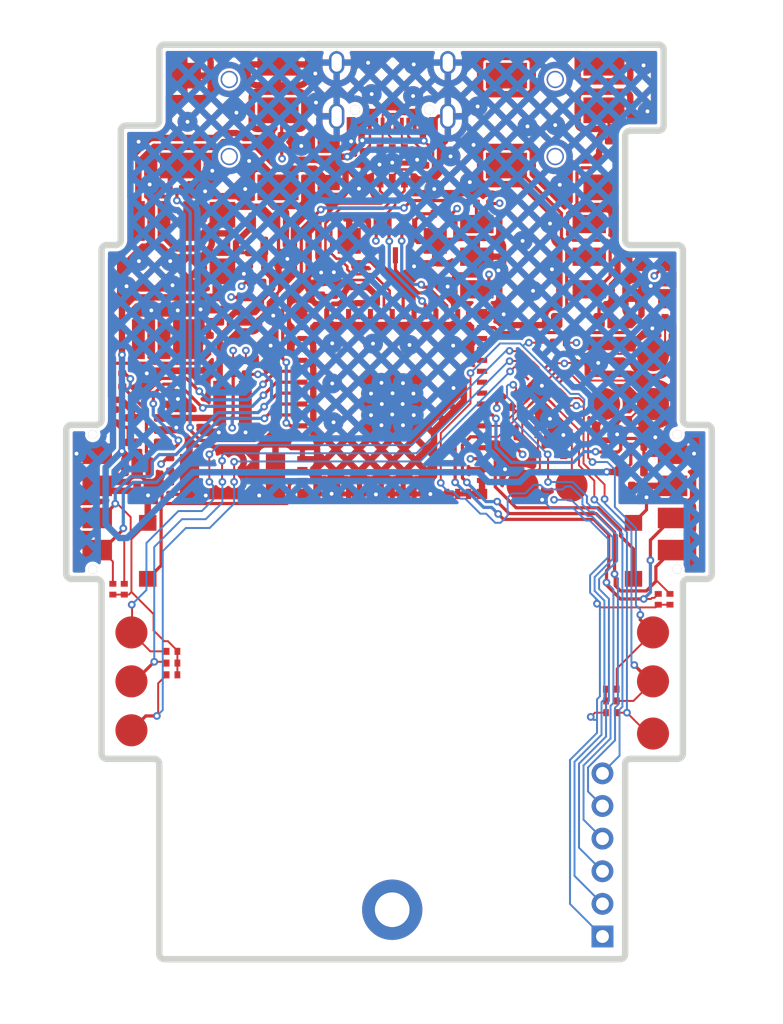
<source format=kicad_pcb>
(kicad_pcb (version 20241229) (generator "pcbnew") (generator_version "9.0")
  (layers (0 "F.Cu" signal "Front") (4 "In1.Cu" signal) (6 "In2.Cu" signal) (2 "B.Cu" signal "Back") (13 "F.Paste" user) (15 "B.Paste" user) (5 "F.SilkS" user "F.Silkscreen") (7 "B.SilkS" user "B.Silkscreen") (1 "F.Mask" user) (3 "B.Mask" user) (25 "Edge.Cuts" user))
  (net 0 "")
  (net 1 "GND")
  (net 2 "+3.3V")
  (net 3 "SCL1")
  (net 4 "SDA1")
  (net 5 "DN")
  (net 6 "DN_PRE")
  (net 7 "DP")
  (net 8 "DP_PRE")
  (net 9 "USB_VBUS")
  (net 10 "+5V")
  (net 11 "Net-(USBC1-CC1)")
  (net 12 "Net-(U2-EN)")
  (net 13 "Net-(USBC1-CC2)")
  (net 14 "UPDI")
  (net 15 "SCL0")
  (net 16 "SDA0")
  (net 24 "A0")
  (net 25 "NEO")
  (net 26 "D11")
  (net 27 "A2")
  (net 28 "A1")
  (net 29 "D12")
  (net 30 "D13")
  (net 31 "TXD")
  (net 32 "A3")
  (net 55 "CG_STAT")
  (net 56 "VHIGH")
  (net 57 "VBAT")
  (net 58 "ESP_RST")
  (net 59 "DBLTAP")
  (net 60 "Net-(D2-A)")
  (net 61 "VLEFT")
  (net 62 "VLEFTCTL")
  (net 63 "VRIGHTCTL")
  (net 64 "VRIGHT")
  (net 65 "Net-(U3-PROG)")
  (net 66 "ESP_BOOT")
  (net 67 "ESP_RXD0")
  (net 68 "ESP_TXD0")
  (net 69 "Net-(CN15-Pad3)")
  (net 71 "Net-(D3-A)")
  (net 72 "Net-(CN16-Pad3)")
  (net 74 "Net-(D3-K)")
  (net 77 "Net-(CN16-Pad4)")
  (net 78 "TFT_RST")
  (net 79 "Net-(FPC1-Pad1)")
  (net 80 "TFT_MOSI")
  (net 81 "TFT_CS")
  (net 82 "TFT_SCK")
  (net 83 "TFT_DC")
  (net 88 "A15")
  (net 89 "A16")
  (net 91 "A4")
  (net 92 "D10")
  (net 93 "A14")
  (footprint "Resistor_SMD:R_0402_1005Metric" (layer "F.Cu") (at 64.7954 40.3098 -90)
    (property "Reference" "R9" (hide yes))
    (property "Value" "10K")
  )
  (footprint "easyeda2kicad:FPC-SMD_8P-P0.50_HDGC_0.5K-A-8PB" (layer "F.Cu") (at 76.2 30.48 180)
    (property "Reference" "FPC1" (hide yes))
    (property "Value" "0.5K-A-8PB")
  )
  (footprint "Resistor_SMD:R_0402_1005Metric" (layer "F.Cu") (at 93.091 23.2156 90)
    (property "Reference" "R29" (hide yes))
    (property "Value" "470")
  )
  (footprint "easyeda2kicad:F1206" (layer "F.Cu") (at 71.247 24.4856 -90)
    (property "Reference" "F1" (hide yes))
    (property "Value" "BSMD1206-200-6V")
  )
  (footprint "easyeda2kicad:DFN1006-2L-BI" (layer "F.Cu") (at 55.3212 57.5954 -90)
    (property "Reference" "U12" (hide yes))
    (property "Value" "H3V3U10B")
  )
  (footprint "Resistor_SMD:R_0402_1005Metric" (layer "F.Cu") (at 73.9902 24.0284 90)
    (property "Reference" "R3" (hide yes))
    (property "Value" "5.1k")
  )
  (footprint "easyeda2kicad:SMD-1_BD2.0-H10.0" (layer "F.Cu") (at 55.88 68.58)
    (property "Reference" "CN12" (hide yes))
    (property "Value" "YTC1P-6030-01")
  )
  (footprint "easyeda2kicad:DFN1006-2L-BI" (layer "F.Cu") (at 89.5604 46.824 -90)
    (property "Reference" "U14" (hide yes))
    (property "Value" "H3V3U10B")
  )
  (footprint "easyeda2kicad:DFN1006-2L-BI" (layer "F.Cu") (at 94.615 44.7548 90)
    (property "Reference" "U16" (hide yes))
    (property "Value" "H3V3U10B")
  )
  (footprint "Resistor_SMD:R_0402_1005Metric" (layer "F.Cu") (at 63.8048 40.3098 -90)
    (property "Reference" "R8" (hide yes))
    (property "Value" "10K")
  )
  (footprint "easyeda2kicad:SMD-1_BD2.0-H10.0" (layer "F.Cu") (at 96.52 39.37)
    (property "Reference" "CN6" (hide yes))
    (property "Value" "YTC1P-6030-01")
  )
  (footprint "Resistor_SMD:R_0402_1005Metric" (layer "F.Cu") (at 55.1688 41.3024 -90)
    (property "Reference" "R22" (hide yes))
    (property "Value" "100K")
  )
  (footprint "easyeda2kicad:DFN1006-2L-BI" (layer "F.Cu") (at 97.8408 58.381 -90)
    (property "Reference" "U11" (hide yes))
    (property "Value" "H3V3U10B")
  )
  (footprint "easyeda2kicad:DFN1006-2L-BI" (layer "F.Cu") (at 93.2806 67.2084)
    (property "Reference" "U20" (hide yes))
    (property "Value" "H3V3U10B")
  )
  (footprint "Resistor_SMD:R_0402_1005Metric" (layer "F.Cu") (at 78.7654 24.0792 90)
    (property "Reference" "R1" (hide yes))
    (property "Value" "5.1k")
  )
  (footprint "easyeda2kicad:CONN-SMD_4P-L11.0-W5.5-P2.50_YZ165615055F-04025-01" (layer "F.Cu") (at 98.044 50.8 -90)
    (property "Reference" "U9" (hide yes))
    (property "Value" "Pogo Pin Left")
  )
  (footprint "Connector_PinHeader_2.54mm:PinHeader_1x06_P2.54mm_Vertical" (layer "F.Cu") (at 92.583 84.6328 180)
    (property "Reference" "J1" (hide yes))
    (property "Value" "Conn_01x06")
  )
  (footprint "easyeda2kicad:DFN1006-2L-BI" (layer "F.Cu") (at 59.0414 63.3476 180)
    (property "Reference" "U22" (hide yes))
    (property "Value" "H3V3U10B")
  )
  (footprint "Capacitor_SMD:C_0402_1005Metric" (layer "F.Cu") (at 58.9026 49.7332 -90)
    (property "Reference" "C5" (hide yes))
    (property "Value" "1u")
  )
  (footprint "easyeda2kicad:LED-SMD_4P-L3.5-W3.5-BR_SK6812MINI-HS" (layer "F.Cu") (at 96.52 33.528 -90)
    (property "Reference" "U1" (hide yes))
    (property "Value" "SK6812MINI-HS")
  )
  (footprint "Resistor_SMD:R_0402_1005Metric" (layer "F.Cu") (at 67.3354 31.875 -90)
    (property "Reference" "R21" (hide yes))
    (property "Value" "100K")
  )
  (footprint "easyeda2kicad:CONN-SMD_2P-P2.00_XUNPU_WAFER-PH2.0-2PWB" (layer "F.Cu") (at 63.754 45.974)
    (property "Reference" "H2" (hide yes))
    (property "Value" "WAFER-PH2.0-2PWB")
  )
  (footprint "Resistor_SMD:R_0402_1005Metric" (layer "F.Cu") (at 67.5894 22.7838 90)
    (property "Reference" "R27" (hide yes))
    (property "Value" "33")
  )
  (footprint "Resistor_SMD:R_0402_1005Metric" (layer "F.Cu") (at 85.450625 46.207625 135)
    (property "Reference" "R6" (hide yes))
    (property "Value" "10K")
  )
  (footprint "easyeda2kicad:SW-SMD_L3.9-W3.0-P4.45" (layer "F.Cu") (at 57.15 54.61 90)
    (property "Reference" "SW1" (hide yes))
    (property "Value" "ESP RST")
  )
  (footprint "Resistor_SMD:R_0402_1005Metric" (layer "F.Cu") (at 54.5846 44.1198 -90)
    (property "Reference" "R20" (hide yes))
    (property "Value" "5.1k")
  )
  (footprint "easyeda2kicad:DFN1006-2L-BI" (layer "F.Cu") (at 96.9264 58.3828 -90)
    (property "Reference" "U10" (hide yes))
    (property "Value" "H3V3U10B")
  )
  (footprint "Package_TO_SOT_SMD:SOT-23" (layer "F.Cu") (at 94.869 49.022 -90)
    (property "Reference" "Q1" (hide yes))
    (property "Value" "AO3401A")
  )
  (footprint "easyeda2kicad:DFN1006-2L-BI" (layer "F.Cu") (at 93.2806 66.294)
    (property "Reference" "U19" (hide yes))
    (property "Value" "H3V3U10B")
  )
  (footprint "easyeda2kicad:USB-C_SMD-TYPE-C-31-M-12_1" (layer "F.Cu") (at 76.2 19.07 180)
    (property "Reference" "USBC1" (hide yes))
    (property "Value" "TYPE-C-31-M-12")
  )
  (footprint "Resistor_SMD:R_0402_1005Metric" (layer "F.Cu") (at 59.3344 26.4414 180)
    (property "Reference" "R26" (hide yes))
    (property "Value" "10")
  )
  (footprint "easyeda2kicad:SOT-23-6_L2.9-W1.6-P0.95-LS2.8-BL" (layer "F.Cu") (at 76.2 24.638 180)
    (property "Reference" "D1" (hide yes))
    (property "Value" "USBLC6-2SC6")
  )
  (footprint "easyeda2kicad:DFN1006-2L-BI" (layer "F.Cu") (at 93.2688 65.3796)
    (property "Reference" "U18" (hide yes))
    (property "Value" "H3V3U10B")
  )
  (footprint "easyeda2kicad:SMD-1_BD2.0-H10.0" (layer "F.Cu") (at 96.52 60.96)
    (property "Reference" "CN9" (hide yes))
    (property "Value" "YTC1P-6030-01")
  )
  (footprint "easyeda2kicad:SW-SMD_L3.9-W3.0-P4.45" (layer "F.Cu") (at 94.996 54.61 90)
    (property "Reference" "SW2" (hide yes))
    (property "Value" "ESP BOOT")
  )
  (footprint "easyeda2kicad:AUDIO-SMD_PJ-327A5JJ" (layer "F.Cu") (at 63.5 21.463)
    (property "Reference" "CN16" (hide yes))
    (property "Value" "MIDI OUT")
  )
  (footprint "easyeda2kicad:SMD-1_BD2.0-H10.0" (layer "F.Cu") (at 55.88 60.96)
    (property "Reference" "CN14" (hide yes))
    (property "Value" "YTC1P-6030-01")
  )
  (footprint "Capacitor_SMD:C_0402_1005Metric" (layer "F.Cu") (at 58.7502 42.7202 90)
    (property "Reference" "C4" (hide yes))
    (property "Value" "10u")
  )
  (footprint "easyeda2kicad:SMD-1_BD2.0-H10.0" (layer "F.Cu") (at 86.36 49.53)
    (property "Reference" "CN3" (hide yes))
    (property "Value" "YTC1P-6030-01")
  )
  (footprint "Capacitor_SMD:C_0402_1005Metric" (layer "F.Cu") (at 65.6362 33.7312)
    (property "Reference" "C2" (hide yes))
    (property "Value" "10u")
  )
  (footprint "easyeda2kicad:DFN1006-2L-BI" (layer "F.Cu") (at 54.4322 57.5954 -90)
    (property "Reference" "U13" (hide yes))
    (property "Value" "H3V3U10B")
  )
  (footprint "easyeda2kicad:DFN1006-2L-BI" (layer "F.Cu") (at 92.8878 45.5794 90)
    (property "Reference" "U17" (hide yes))
    (property "Value" "H3V3U10B")
  )
  (footprint "Package_TO_SOT_SMD:SOT-23" (layer "F.Cu") (at 66.233 29.9466 -90)
    (property "Reference" "Q3" (hide yes))
    (property "Value" "AO3401A")
  )
  (footprint "Capacitor_SMD:C_0402_1005Metric" (layer "F.Cu") (at 90.9574 39.9796)
    (property "Reference" "C3" (hide yes))
    (property "Value" "0.1u")
  )
  (footprint "easyeda2kicad:DFN1006-2L-BI" (layer "F.Cu") (at 87.5538 45.2002 -90)
    (property "Reference" "U7" (hide yes))
    (property "Value" "H3V3U10B")
  )
  (footprint "Capacitor_SMD:C_0402_1005Metric" (layer "F.Cu") (at 65.0494 31.8796 -90)
    (property "Reference" "C1" (hide yes))
    (property "Value" "10u")
  )
  (footprint "easyeda2kicad:DFN1006-2L-BI" (layer "F.Cu") (at 59.0414 62.4332 180)
    (property "Reference" "U23" (hide yes))
    (property "Value" "H3V3U10B")
  )
  (footprint "easyeda2kicad:DFN1006-2L-BI" (layer "F.Cu") (at 97.4598 36.8164 -90)
    (property "Reference" "U15" (hide yes))
    (property "Value" "H3V3U10B")
  )
  (footprint "easyeda2kicad:SMD-1_BD2.0-H10.0" (layer "F.Cu") (at 96.52 68.834)
    (property "Reference" "CN11" (hide yes))
    (property "Value" "YTC1P-6030-01")
  )
  (footprint "easyeda2kicad:SMD-1_BD2.0-H10.0" (layer "F.Cu") (at 96.52 64.77)
    (property "Reference" "CN10" (hide yes))
    (property "Value" "YTC1P-6030-01")
  )
  (footprint "Package_TO_SOT_SMD:SOT-23" (layer "F.Cu") (at 56.3259 48.9966 -90)
    (property "Reference" "Q2" (hide yes))
    (property "Value" "AO3401A")
  )
  (footprint "Package_DFN_QFN:VQFN-20-1EP_3x3mm_P0.4mm_EP1.7x1.7mm" (layer "F.Cu") (at 87.8586 41.7576 -135)
    (property "Reference" "U6" (hide yes))
    (property "Value" "ATtiny1616-M")
  )
  (footprint "Resistor_SMD:R_0402_1005Metric" (layer "F.Cu") (at 83.2744 27.5697)
    (property "Reference" "R28" (hide yes))
    (property "Value" "470")
  )
  (footprint "easyeda2kicad:SMD-1_BD2.0-H10.0" (layer "F.Cu") (at 96.52 43.18)
    (property "Reference" "CN7" (hide yes))
    (property "Value" "YTC1P-6030-01")
  )
  (footprint "RF_Module:ESP32-S2-MINI-1" (layer "F.Cu") (at 76.2 45.73 180)
    (property "Reference" "U8" (hide yes))
    (property "Value" "ESP32-S3-MINI-1")
  )
  (footprint "Resistor_SMD:R_0402_1005Metric" (layer "F.Cu") (at 71.6534 34.2158 90)
    (property "Reference" "R25" (hide yes))
    (property "Value" "1M")
  )
  (footprint "Package_TO_SOT_SMD:SOT-23-5" (layer "F.Cu") (at 57.15 45.212 180)
    (property "Reference" "U3" (hide yes))
    (property "Value" "MCP73831-2-OT")
  )
  (footprint "Resistor_SMD:R_0402_1005Metric" (layer "F.Cu") (at 58.9026 47.877 -90)
    (property "Reference" "R24" (hide yes))
    (property "Value" "10K")
  )
  (footprint "easyeda2kicad:AUDIO-SMD_PJ-327A5JJ" (layer "F.Cu") (at 88.9 21.463)
    (property "Reference" "CN15" (hide yes))
    (property "Value" "MIDI IN")
  )
  (footprint "easyeda2kicad:DFN1006-2L-BI" (layer "F.Cu") (at 59.0414 64.262 180)
    (property "Reference" "U21" (hide yes))
    (property "Value" "H3V3U10B")
  )
  (footprint "Resistor_SMD:R_0402_1005Metric" (layer "F.Cu") (at 79.9572 28.3718)
    (property "Reference" "R5" (hide yes))
    (property "Value" "22R")
  )
  (footprint "MountingHole:MountingHole_2.7mm_M2.5_DIN965_Pad_TopBottom" (layer "F.Cu") (at 76.2 82.55)
    (property "Reference" "H3" (hide yes))
    (property "Value" "MountingHole_Pad")
  )
  (footprint "Diode_SMD:D_SOD-123" (layer "F.Cu") (at 90.6638 36.6883 180)
    (property "Reference" "D3" (hide yes))
    (property "Value" "1N4148W")
  )
  (footprint "Resistor_SMD:R_0402_1005Metric" (layer "F.Cu") (at 61.976 38.352 -90)
    (property "Reference" "R2" (hide yes))
    (property "Value" "10K")
  )
  (footprint "easyeda2kicad:SMA_L4.3-W2.6-LS5.2-RD" (layer "F.Cu") (at 62.9666 30.648 90)
    (property "Reference" "D2" (hide yes))
    (property "Value" "SS34_C8678")
  )
  (footprint "easyeda2kicad:SMD-1_BD2.0-H10.0" (layer "F.Cu") (at 90.17 49.53)
    (property "Reference" "CN5" (hide yes))
    (property "Value" "YTC1P-6030-01")
  )
  (footprint "easyeda2kicad:SMD-1_BD2.0-H10.0" (layer "F.Cu") (at 55.88 64.77)
    (property "Reference" "CN13" (hide yes))
    (property "Value" "YTC1P-6030-01")
  )
  (footprint "Resistor_SMD:R_0402_1005Metric" (layer "F.Cu") (at 85.1408 43.0276 -45)
    (property "Reference" "R7" (hide yes))
    (property "Value" "10K")
  )
  (footprint "Capacitor_SMD:C_0402_1005Metric" (layer "F.Cu") (at 70.6628 34.2158 90)
    (property "Reference" "C6" (hide yes))
    (property "Value" "1u")
  )
  (footprint "easyeda2kicad:SW-SMD_6P-L5.8-W5.8-P2.00-LS11.3" (layer "F.Cu") (at 58.42 33.528 -90)
    (property "Reference" "U4" (hide yes))
    (property "Value" "PS-5850SVB-6PL")
  )
  (footprint "Resistor_SMD:R_0402_1005Metric" (layer "F.Cu") (at 95.3008 46.5074)
    (property "Reference" "R23" (hide yes))
    (property "Value" "100K")
  )
  (footprint "easyeda2kicad:SMD-6_L7.3-W6.5-P2.54-LS10.2-BL" (layer "F.Cu") (at 87.1728 31.7099 90)
    (property "Reference" "U5" (hide yes))
    (property "Value" "H11L1S(TA)")
  )
  (footprint "Resistor_SMD:R_0402_1005Metric" (layer "F.Cu") (at 89.2536 38.4048 180)
    (property "Reference" "R4" (hide yes))
    (property "Value" "10K")
  )
  (footprint "Package_TO_SOT_SMD:SOT-23-5" (layer "F.Cu") (at 63.5817 35.8292)
    (property "Reference" "U2" (hide yes))
    (property "Value" "AP2112K-3.3")
  )
  (footprint "easyeda2kicad:CONN-SMD_YZ199315035T-04025-01" (layer "F.Cu") (at 53.213 50.8 90)
    (property "Reference" "CN4" (hide yes))
    (property "Value" "Pogo Pin Receptor Right")
  )
  (footprint "easyeda2kicad:SMD-1_BD2.0-H10.0" (layer "F.Cu") (at 92.71 43.18)
    (property "Reference" "CN8" (hide yes))
    (property "Value" "YTC1P-6030-01")
  )
  (gr_arc (start 98.85 57.2) (mid 98.967157 56.917157) (end 99.25 56.8) (stroke (width 0.5)) (layer "Edge.Cuts"))
  (gr_arc (start 53.55 44.4) (mid 53.432843 44.682843) (end 53.15 44.8) (stroke (width 0.5)) (layer "Edge.Cuts"))
  (gr_line (start 53.95 70.8) (end 57.65 70.8) (stroke (width 0.5)) (layer "Edge.Cuts"))
  (gr_arc (start 57.65 70.8) (mid 57.932843 70.917157) (end 58.05 71.2) (stroke (width 0.5)) (layer "Edge.Cuts"))
  (gr_line (start 94.35 22.3) (end 94.35 30.4) (stroke (width 0.5)) (layer "Edge.Cuts"))
  (gr_arc (start 55.05 21.9) (mid 55.167157 21.617157) (end 55.45 21.5) (stroke (width 0.5)) (layer "Edge.Cuts"))
  (gr_arc (start 53.15 56.8) (mid 53.432843 56.917157) (end 53.55 57.2) (stroke (width 0.5)) (layer "Edge.Cuts"))
  (gr_line (start 96.95 21.9) (end 94.75 21.9) (stroke (width 0.5)) (layer "Edge.Cuts"))
  (gr_line (start 94.35 86) (end 94.35 71.2) (stroke (width 0.5)) (layer "Edge.Cuts"))
  (gr_line (start 53.95 30.8) (end 54.65 30.8) (stroke (width 0.5)) (layer "Edge.Cuts"))
  (gr_line (start 55.05 30.4) (end 55.05 21.9) (stroke (width 0.5)) (layer "Edge.Cuts"))
  (gr_line (start 101.1 56.4) (end 101.1 45.2) (stroke (width 0.5)) (layer "Edge.Cuts"))
  (gr_arc (start 58.05 21.1) (mid 57.932843 21.382843) (end 57.65 21.5) (stroke (width 0.5)) (layer "Edge.Cuts"))
  (gr_arc (start 96.95 15.2) (mid 97.232843 15.317157) (end 97.35 15.6) (stroke (width 0.5)) (layer "Edge.Cuts"))
  (gr_line (start 58.05 71.2) (end 58.05 86) (stroke (width 0.5)) (layer "Edge.Cuts"))
  (gr_arc (start 50.8 45.2) (mid 50.917157 44.917157) (end 51.2 44.8) (stroke (width 0.5)) (layer "Edge.Cuts"))
  (gr_arc (start 58.05 15.6) (mid 58.167157 15.317157) (end 58.45 15.2) (stroke (width 0.5)) (layer "Edge.Cuts"))
  (gr_arc (start 98.45 30.8) (mid 98.732843 30.917157) (end 98.85 31.2) (stroke (width 0.5)) (layer "Edge.Cuts"))
  (gr_line (start 53.55 31.2) (end 53.55 44.4) (stroke (width 0.5)) (layer "Edge.Cuts"))
  (gr_arc (start 51.2 56.8) (mid 50.917157 56.682843) (end 50.8 56.4) (stroke (width 0.5)) (layer "Edge.Cuts"))
  (gr_line (start 98.85 57.2) (end 98.85 70.4) (stroke (width 0.5)) (layer "Edge.Cuts"))
  (gr_arc (start 98.85 70.4) (mid 98.732843 70.682843) (end 98.45 70.8) (stroke (width 0.5)) (layer "Edge.Cuts"))
  (gr_arc (start 94.35 86) (mid 94.232843 86.282843) (end 93.95 86.4) (stroke (width 0.5)) (layer "Edge.Cuts"))
  (gr_line (start 58.45 86.4) (end 93.95 86.4) (stroke (width 0.5)) (layer "Edge.Cuts"))
  (gr_arc (start 101.1 56.4) (mid 100.982843 56.682843) (end 100.7 56.8) (stroke (width 0.5)) (layer "Edge.Cuts"))
  (gr_line (start 94.75 70.8) (end 98.45 70.8) (stroke (width 0.5)) (layer "Edge.Cuts"))
  (gr_line (start 58.05 21.1) (end 58.05 15.6) (stroke (width 0.5)) (layer "Edge.Cuts"))
  (gr_line (start 50.8 56.4) (end 50.8 45.2) (stroke (width 0.5)) (layer "Edge.Cuts"))
  (gr_arc (start 58.45 86.4) (mid 58.167157 86.282843) (end 58.05 86) (stroke (width 0.5)) (layer "Edge.Cuts"))
  (gr_line (start 98.85 31.2) (end 98.85 44.4) (stroke (width 0.5)) (layer "Edge.Cuts"))
  (gr_line (start 55.45 21.5) (end 57.65 21.5) (stroke (width 0.5)) (layer "Edge.Cuts"))
  (gr_line (start 99.25 44.8) (end 100.7 44.8) (stroke (width 0.5)) (layer "Edge.Cuts"))
  (gr_arc (start 94.35 71.2) (mid 94.467157 70.917157) (end 94.75 70.8) (stroke (width 0.5)) (layer "Edge.Cuts"))
  (gr_line (start 97.35 15.6) (end 97.35 21.5) (stroke (width 0.5)) (layer "Edge.Cuts"))
  (gr_line (start 58.45 15.2) (end 96.95 15.2) (stroke (width 0.5)) (layer "Edge.Cuts"))
  (gr_line (start 53.15 44.8) (end 51.2 44.8) (stroke (width 0.5)) (layer "Edge.Cuts"))
  (gr_arc (start 94.75 30.8) (mid 94.467157 30.682843) (end 94.35 30.4) (stroke (width 0.5)) (layer "Edge.Cuts"))
  (gr_line (start 53.15 56.8) (end 51.2 56.8) (stroke (width 0.5)) (layer "Edge.Cuts"))
  (gr_arc (start 53.55 31.2) (mid 53.667157 30.917157) (end 53.95 30.8) (stroke (width 0.5)) (layer "Edge.Cuts"))
  (gr_arc (start 53.95 70.8) (mid 53.667157 70.682843) (end 53.55 70.4) (stroke (width 0.5)) (layer "Edge.Cuts"))
  (gr_arc (start 100.7 44.8) (mid 100.982843 44.917157) (end 101.1 45.2) (stroke (width 0.5)) (layer "Edge.Cuts"))
  (gr_line (start 99.25 56.8) (end 100.7 56.8) (stroke (width 0.5)) (layer "Edge.Cuts"))
  (gr_line (start 98.45 30.8) (end 94.75 30.8) (stroke (width 0.5)) (layer "Edge.Cuts"))
  (gr_arc (start 97.35 21.5) (mid 97.232843 21.782843) (end 96.95 21.9) (stroke (width 0.5)) (layer "Edge.Cuts"))
  (gr_arc (start 94.35 22.3) (mid 94.467157 22.017157) (end 94.75 21.9) (stroke (width 0.5)) (layer "Edge.Cuts"))
  (gr_line (start 53.55 57.2) (end 53.55 70.4) (stroke (width 0.5)) (layer "Edge.Cuts"))
  (gr_arc (start 99.25 44.8) (mid 98.967157 44.682843) (end 98.85 44.4) (stroke (width 0.5)) (layer "Edge.Cuts"))
  (gr_arc (start 55.05 30.4) (mid 54.932843 30.682843) (end 54.65 30.8) (stroke (width 0.5)) (layer "Edge.Cuts"))
  (segment (start 92.8488 66.2822) (end 92.8606 66.294) (width 0.15) (layer "F.Cu") (net 1))
  (segment (start 76.2 42.3164) (end 76.2254 42.3418) (width 0.25) (layer "F.Cu") (net 1))
  (segment (start 59.4614 62.4332) (end 59.4614 62.3832) (width 0.15) (layer "F.Cu") (net 1))
  (segment (start 79.7986 20.76) (end 80.53 20.76) (width 0.25) (layer "F.Cu") (net 1))
  (segment (start 91.4374 39.9796) (end 92.2528 39.9796) (width 0.15) (layer "F.Cu") (net 1))
  (segment (start 59.4868 50.2158) (end 59.8424 50.2158) (width 0.25) (layer "F.Cu") (net 1))
  (segment (start 99.7112 47.05) (end 99.7204 47.0408) (width 0.5) (layer "F.Cu") (net 1))
  (segment (start 98.044 47.05) (end 99.7112 47.05) (width 0.5) (layer "F.Cu") (net 1))
  (segment (start 84.327526 32.6243) (end 84.2884 32.6243) (width 0.25) (layer "F.Cu") (net 1))
  (segment (start 71.6534 33.7058) (end 71.6534 32.9184) (width 0.25) (layer "F.Cu") (net 1))
  (segment (start 77.85 41.53) (end 77.85 42.3662) (width 0.25) (layer "F.Cu") (net 1))
  (segment (start 60.404 50.0662) (end 60.404 48.824) (width 0.5) (layer "F.Cu") (net 1))
  (segment (start 83.374 31.7099) (end 82.7928 31.7099) (width 0.25) (layer "F.Cu") (net 1))
  (segment (start 55.2958 58.0154) (end 55.675 58.0154) (width 0.15) (layer "F.Cu") (net 1))
  (segment (start 78.138698 24.164033) (end 78.312833 24.164033) (width 0.19) (layer "F.Cu") (net 1))
  (segment (start 64.638943 33.043552) (end 64.638943 33.065341) (width 0.25) (layer "F.Cu") (net 1))
  (segment (start 58.724 61.6458) (end 58.4454 61.6458) (width 0.15) (layer "F.Cu") (net 1))
  (segment (start 94.615 45.1748) (end 94.0934 45.1748) (width 0.15) (layer "F.Cu") (net 1))
  (segment (start 57.6072 59.5376) (end 55.88 57.8104) (width 0.15) (layer "F.Cu") (net 1))
  (segment (start 74.55 43.18) (end 75.3872 43.18) (width 0.25) (layer "F.Cu") (net 1))
  (segment (start 92.7608 45.9994) (end 93.2688 45.9994) (width 0.15) (layer "F.Cu") (net 1))
  (segment (start 64.638943 33.065341) (end 64.668802 33.0952) (width 0.25) (layer "F.Cu") (net 1))
  (segment (start 58.4454 61.6458) (end 57.6072 60.8076) (width 0.15) (layer "F.Cu") (net 1))
  (segment (start 84.475961 32.772735) (end 84.327526 32.6243) (width 0.25) (layer "F.Cu") (net 1))
  (segment (start 97.977 47.05) (end 96.6978 45.7708) (width 0.5) (layer "F.Cu") (net 1))
  (segment (start 77.85 42.3662) (end 77.851 42.3672) (width 0.25) (layer "F.Cu") (net 1))
  (segment (start 55.675 58.0154) (end 55.88 57.8104) (width 0.15) (layer "F.Cu") (net 1))
  (segment (start 59.4842 50.2132) (end 59.4868 50.2158) (width 0.25) (layer "F.Cu") (net 1))
  (segment (start 51.6092 47.05) (end 51.6 47.0408) (width 0.5) (layer "F.Cu") (net 1))
  (segment (start 67.525979 32.385) (end 68.028336 31.882643) (width 0.25) (layer "F.Cu") (net 1))
  (segment (start 59.176015 45.212) (end 59.376016 45.011999) (width 0.25) (layer "F.Cu") (net 1))
  (segment (start 59.4614 64.262) (end 59.4614 63.3476) (width 0.15) (layer "F.Cu") (net 1))
  (segment (start 93.2688 45.9994) (end 93.726 45.5422) (width 0.15) (layer "F.Cu") (net 1))
  (segment (start 77.0626 41.53) (end 77.0382 41.5544) (width 0.25) (layer "F.Cu") (net 1))
  (segment (start 67.104 48.824) (end 67.104 49.863) (width 0.25) (layer "F.Cu") (net 1))
  (segment (start 65.8368 50.302) (end 66.6142 50.302) (width 0.5) (layer "F.Cu") (net 1))
  (segment (start 74.55 42.3662) (end 74.549 42.3672) (width 0.25) (layer "F.Cu") (net 1))
  (segment (start 97.4598 36.3964) (end 97.36 36.3964) (width 0.15) (layer "F.Cu") (net 1))
  (segment (start 67.104 49.863) (end 66.665 50.302) (width 0.25) (layer "F.Cu") (net 1))
  (segment (start 66.1162 33.718296) (end 66.1162 33.7312) (width 0.25) (layer "F.Cu") (net 1))
  (segment (start 89.5604 46.404) (end 89.5604 45.6184) (width 0.15) (layer "F.Cu") (net 1))
  (segment (start 95.62 34.7074) (end 96.3422 33.9852) (width 0.25) (layer "F.Cu") (net 1))
  (segment (start 92.8606 67.2084) (end 91.9988 67.2084) (width 0.15) (layer "F.Cu") (net 1))
  (segment (start 74.55 44.0446) (end 74.549 44.0436) (width 0.25) (layer "F.Cu") (net 1))
  (segment (start 55.88 57.8104) (end 55.88 53.7) (width 0.15) (layer "F.Cu") (net 1))
  (segment (start 77.0392 44.83) (end 77.0382 44.831) (width 0.25) (layer "F.Cu") (net 1))
  (segment (start 58.7502 42.2656) (end 59.0788 42.5942) (width 0.25) (layer "F.Cu") (net 1))
  (segment (start 92.8488 65.3796) (end 92.8488 66.2822) (width 0.15) (layer "F.Cu") (net 1))
  (segment (start 55.88 53.7) (end 57.15 52.43) (width 0.15) (layer "F.Cu") (net 1))
  (segment (start 67.3354 32.385) (end 67.525979 32.385) (width 0.25) (layer "F.Cu") (net 1))
  (segment (start 77.85 44.0172) (end 77.8764 44.0436) (width 0.25) (layer "F.Cu") (net 1))
  (segment (start 59.4614 63.3476) (end 59.4614 62.4332) (width 0.15) (layer "F.Cu") (net 1))
  (segment (start 67.104 49.8122) (end 67.104 48.824) (width 0.5) (layer "F.Cu") (net 1))
  (segment (start 79.4 21.1586) (end 79.7986 20.76) (width 0.25) (layer "F.Cu") (net 1))
  (segment (start 84.2884 32.6243) (end 83.374 31.7099) (width 0.25) (layer "F.Cu") (net 1))
  (segment (start 92.443038 59.0124) (end 92.156719 58.726081) (width 0.15) (layer "F.Cu") (net 1))
  (segment (start 73 22.7326) (end 72.9996 22.733) (width 0.25) (layer "F.Cu") (net 1))
  (segment (start 96.9282 58.801) (end 96.9264 58.8028) (width 0.15) (layer "F.Cu") (net 1))
  (segment (start 60.404 48.824) (end 60.404 50.302) (width 0.25) (layer "F.Cu") (net 1))
  (segment (start 73.9902 24.5384) (end 75.2074 24.5384) (width 0.19) (layer "F.Cu") (net 1))
  (segment (start 65.000002 32.3596) (end 65.0494 32.3596) (width 0.25) (layer "F.Cu") (net 1))
  (segment (start 96.7168 59.0124) (end 92.443038 59.0124) (width 0.15) (layer "F.Cu") (net 1))
  (segment (start 77.85 43.18) (end 77.85 44.0172) (width 0.25) (layer "F.Cu") (net 1))
  (segment (start 59.4614 62.3832) (end 58.724 61.6458) (width 0.15) (layer "F.Cu") (net 1))
  (segment (start 97.8408 58.801) (end 96.9282 58.801) (width 0.15) (layer "F.Cu") (net 1))
  (segment (start 59.311186 42.788282) (end 59.502393 42.788282) (width 0.25) (layer "F.Cu") (net 1))
  (segment (start 79.4 21.52) (end 79.4 21.1586) (width 0.25) (layer "F.Cu") (net 1))
  (segment (start 95.62 34.978) (end 95.62 34.7074) (width 0.25) (layer "F.Cu") (net 1))
  (segment (start 77.85 41.53) (end 77.0626 41.53) (width 0.25) (layer "F.Cu") (net 1))
  (segment (start 59.0788 42.5942) (end 59.117104 42.5942) (width 0.25) (layer "F.Cu") (net 1))
  (segment (start 64.638943 33.043552) (end 64.638943 32.720659) (width 0.25) (layer "F.Cu") (net 1))
  (segment (start 57.15 50.3174) (end 57.1754 50.292) (width 0.5) (layer "F.Cu") (net 1))
  (segment (start 57.6072 60.8076) (end 57.6072 59.5376) (width 0.15) (layer "F.Cu") (net 1))
  (segment (start 77.4192 31.6308) (end 77.45 31.6) (width 0.25) (layer "F.Cu") (net 1))
  (segment (start 88.486528 44.330072) (end 88.454056 44.2976) (width 0.15) (layer "F.Cu") (net 1))
  (segment (start 76.2 43.18) (end 76.2 43.9928) (width 0.25) (layer "F.Cu") (net 1))
  (segment (start 91.9988 67.2084) (end 91.6686 67.5386) (width 0.15) (layer "F.Cu") (net 1))
  (segment (start 83.2 48.28) (end 83.2 50.18) (width 0.25) (layer "F.Cu") (net 1))
  (segment (start 96.012 51.414) (end 96.012 50.4444) (width 0.25) (layer "F.Cu") (net 1))
  (segment (start 98.044 47.05) (end 97.977 47.05) (width 0.5) (layer "F.Cu") (net 1))
  (segment (start 64.754 45.3738) (end 64.77 45.3898) (width 0.5) (layer "F.Cu") (net 1))
  (segment (start 64.668802 33.0952) (end 65.493104 33.0952) (width 0.25) (layer "F.Cu") (net 1))
  (segment (start 64.638943 32.720659) (end 65.000002 32.3596) (width 0.25) (layer "F.Cu") (net 1))
  (segment (start 74.55 41.53) (end 75.3608 41.53) (width 0.25) (layer "F.Cu") (net 1))
  (segment (start 77.85 44.83) (end 77.0392 44.83) (width 0.25) (layer "F.Cu") (net 1))
  (segment (start 60.404 49.6542) (end 60.404 48.824) (width 0.25) (layer "F.Cu") (net 1))
  (segment (start 76.2 23.488) (end 76.2 24.384) (width 0.15) (layer "F.Cu") (net 1))
  (segment (start 73 21.52) (end 73 22.7326) (width 0.25) (layer "F.Cu") (net 1))
  (segment (start 57.15 52.43) (end 57.15 50.3174) (width 0.5) (layer "F.Cu") (net 1))
  (segment (start 59.117104 42.5942) (end 59.311186 42.788282) (width 0.25) (layer "F.Cu") (net 1))
  (segment (start 64.754 43.124) (end 64.754 45.3738) (width 0.5) (layer "F.Cu") (net 1))
  (segment (start 94.0934 45.1748) (end 93.726 45.5422) (width 0.15) (layer "F.Cu") (net 1))
  (segment (start 60.6398 50.302) (end 60.404 50.0662) (width 0.5) (layer "F.Cu") (net 1))
  (segment (start 76.2 44.83) (end 75.3628 44.83) (width 0.25) (layer "F.Cu") (net 1))
  (segment (start 58.2875 45.212) (end 59.176015 45.212) (width 0.25) (layer "F.Cu") (net 1))
  (segment (start 94.996 52.43) (end 96.012 51.414) (width 0.25) (layer "F.Cu") (net 1))
  (segment (start 53.213 47.05) (end 51.6092 47.05) (width 0.5) (layer "F.Cu") (net 1))
  (segment (start 58.7502 42.2402) (end 58.7502 42.2656) (width 0.25) (layer "F.Cu") (net 1))
  (segment (start 69.2 50.18) (end 83.2 50.18) (width 0.25) (layer "F.Cu") (net 1))
  (segment (start 65.493104 33.0952) (end 66.1162 33.718296) (width 0.25) (layer "F.Cu") (net 1))
  (segment (start 76.2 41.53) (end 76.2 42.3164) (width 0.25) (layer "F.Cu") (net 1))
  (segment (start 58.9026 50.2132) (end 59.4842 50.2132) (width 0.25) (layer "F.Cu") (net 1))
  (segment (start 62.4442 35.8292) (end 61.28 35.8292) (width 0.5) (layer "F.Cu") (net 1))
  (segment (start 75.3608 41.53) (end 75.3618 41.529) (width 0.25) (layer "F.Cu") (net 1))
  (segment (start 75.3628 44.83) (end 75.3618 44.831) (width 0.25) (layer "F.Cu") (net 1))
  (segment (start 61.28 35.8292) (end 61.2648 35.814) (width 0.5) (layer "F.Cu") (net 1))
  (segment (start 97.36 36.3964) (end 96.4692 37.2872) (width 0.15) (layer "F.Cu") (net 1))
  (segment (start 54.356 58.0154) (end 55.2958 58.0154) (width 0.15) (layer "F.Cu") (net 1))
  (segment (start 77.9018 32.4612) (end 77.4192 31.9786) (width 0.25) (layer "F.Cu") (net 1))
  (segment (start 77.4192 31.9786) (end 77.4192 31.6308) (width 0.25) (layer "F.Cu") (net 1))
  (segment (start 89.5604 45.6184) (end 89.535 45.593) (width 0.15) (layer "F.Cu") (net 1))
  (segment (start 69.2 47.43) (end 69.2 46.58) (width 0.25) (layer "F.Cu") (net 1))
  (segment (start 88.883905 40.732295) (end 87.8586 41.7576) (width 0.15) (layer "F.Cu") (net 1))
  (segment (start 59.8424 50.2158) (end 60.404 49.6542) (width 0.25) (layer "F.Cu") (net 1))
  (segment (start 74.55 41.53) (end 74.55 42.3662) (width 0.25) (layer "F.Cu") (net 1))
  (segment (start 74.55 44.83) (end 74.55 44.0446) (width 0.25) (layer "F.Cu") (net 1))
  (segment (start 76.2 43.18) (end 77.0128 43.18) (width 0.25) (layer "F.Cu") (net 1))
  (segment (start 87.5792 44.7802) (end 87.5538 44.7802) (width 0.15) (layer "F.Cu") (net 1))
  (segment (start 96.9264 58.8028) (end 96.7168 59.0124) (width 0.15) (layer "F.Cu") (net 1))
  (segment (start 78.312833 24.164033) (end 78.738 24.5892) (width 0.19) (layer "F.Cu") (net 1))
  (segment (start 88.454056 44.2976) (end 88.0618 44.2976) (width 0.15) (layer "F.Cu") (net 1))
  (segment (start 92.8606 66.294) (end 92.8606 67.2084) (width 0.15) (layer "F.Cu") (net 1))
  (segment (start 78.738 24.5892) (end 78.7654 24.5892) (width 0.19) (layer "F.Cu") (net 1))
  (segment (start 88.0618 44.2976) (end 87.5792 44.7802) (width 0.15) (layer "F.Cu") (net 1))
  (segment (start 66.6142 50.302) (end 67.104 49.8122) (width 0.5) (layer "F.Cu") (net 1))
  (segment (start 70.6628 33.7358) (end 70.6628 32.9438) (width 0.25) (layer "F.Cu") (net 1))
  (segment (start 75.2074 24.5384) (end 75.2094 24.5364) (width 0.19) (layer "F.Cu") (net 1))
  (segment (start 61.6712 50.302) (end 60.6398 50.302) (width 0.5) (layer "F.Cu") (net 1))
  (via (at 55.499 34.0106) (size 0.6) (drill 0.3) (layers "F.Cu" "B.Cu") (net 1))
  (via (at 57.0738 40.7924) (size 0.6) (drill 0.3) (layers "F.Cu" "B.Cu") (net 1))
  (via (at 88.9 21.463) (size 0.6) (drill 0.3) (layers "F.Cu" "B.Cu") (net 1))
  (via (at 87.884 50.6322) (size 0.6) (drill 0.3) (layers "F.Cu" "B.Cu") (net 1))
  (via (at 74.7014 38.481) (size 0.6) (drill 0.3) (layers "F.Cu" "B.Cu") (net 1))
  (via (at 95.7834 16.8148) (size 0.6) (drill 0.3) (layers "F.Cu" "B.Cu") (net 1))
  (via (at 73.6092 26.416) (size 0.6) (drill 0.3) (layers "F.Cu" "B.Cu") (net 1))
  (via (at 71.5264 41.5798) (size 0.6) (drill 0.3) (layers "F.Cu" "B.Cu") (net 1))
  (via (at 56.4388 22.7584) (size 0.6) (drill 0.3) (layers "F.Cu" "B.Cu") (net 1))
  (via (at 76.2 43.9928) (size 0.6) (drill 0.3) (layers "F.Cu" "B.Cu") (net 1))
  (via (at 76.2254 42.3418) (size 0.6) (drill 0.3) (layers "F.Cu" "B.Cu") (net 1))
  (via (at 77.8256 19.2024) (size 0.6) (drill 0.3) (layers "F.Cu" "B.Cu") (net 1))
  (via (at 77.8764 16.7386) (size 0.6) (drill 0.3) (layers "F.Cu" "B.Cu") (net 1))
  (via (at 87.1728 34.3662) (size 0.6) (drill 0.3) (layers "F.Cu" "B.Cu") (net 1))
  (via (at 61.2648 35.814) (size 0.6) (drill 0.3) (layers "F.Cu" "B.Cu") (net 1))
  (via (at 70.2056 17.4498) (size 0.6) (drill 0.3) (layers "F.Cu" "B.Cu") (net 1))
  (via (at 75.3618 44.831) (size 0.6) (drill 0.3) (layers "F.Cu" "B.Cu") (net 1))
  (via (at 80.9498 38.6334) (size 0.6) (drill 0.3) (layers "F.Cu" "B.Cu") (net 1))
  (via (at 72.9996 22.733) (size 0.6) (drill 0.3) (layers "F.Cu" "B.Cu") (net 1))
  (via (at 68.028336 31.882643) (size 0.6) (drill 0.3) (layers "F.Cu" "B.Cu") (net 1))
  (via (at 60.2488 21.209) (size 0.6) (drill 0.3) (layers "F.Cu" "B.Cu") (net 1))
  (via (at 74.93 50.2158) (size 0.6) (drill 0.3) (layers "F.Cu" "B.Cu") (net 1))
  (via (at 92.156719 58.726081) (size 0.6) (drill 0.3) (layers "F.Cu" "B.Cu") (net 1))
  (via (at 56.4642 32.0548) (size 0.6) (drill 0.3) (layers "F.Cu" "B.Cu") (net 1))
  (via (at 86.36 30.48) (size 0.6) (drill 0.3) (layers "F.Cu" "B.Cu") (net 1))
  (via (at 79.1718 50.1904) (size 0.6) (drill 0.3) (layers "F.Cu" "B.Cu") (net 1))
  (via (at 57.1754 50.292) (size 0.6) (drill 0.3) (layers "F.Cu" "B.Cu") (net 1))
  (via (at 59.376016 45.011999) (size 0.6) (drill 0.3) (layers "F.Cu" "B.Cu") (net 1))
  (via (at 65.8368 50.302) (size 0.6) (drill 0.3) (layers "F.Cu" "B.Cu") (net 1))
  (via (at 82.536961 23.005806) (size 0.6) (drill 0.3) (layers "F.Cu" "B.Cu") (net 1))
  (via (at 89.2556 26.1112) (size 0.6) (drill 0.3) (layers "F.Cu" "B.Cu") (net 1))
  (via (at 77.851 42.3672) (size 0.6) (drill 0.3) (layers "F.Cu" "B.Cu") (net 1))
  (via (at 88.646 32.6898) (size 0.6) (drill 0.3) (layers "F.Cu" "B.Cu") (net 1))
  (via (at 84.475961 32.772735) (size 0.6) (drill 0.3) (layers "F.Cu" "B.Cu") (net 1))
  (via (at 70.2564 19.7104) (size 0.6) (drill 0.3) (layers "F.Cu" "B.Cu") (net 1))
  (via (at 91.6686 67.5386) (size 0.6) (drill 0.3) (layers "F.Cu" "B.Cu") (net 1))
  (via (at 59.4868 35.8902) (size 0.6) (drill 0.3) (layers "F.Cu" "B.Cu") (net 1))
  (via (at 74.5998 19.05) (size 0.6) (drill 0.3) (layers "F.Cu" "B.Cu") (net 1))
  (via (at 75.3872 43.18) (size 0.6) (drill 0.3) (layers "F.Cu" "B.Cu") (net 1))
  (via (at 69.1134 23.0886) (size 0.6) (drill 0.3) (layers "F.Cu" "B.Cu") (net 1))
  (via (at 71.6534 32.9184) (size 0.6) (drill 0.3) (layers "F.Cu" "B.Cu") (net 1))
  (via (at 76.2 24.384) (size 0.6) (drill 0.3) (layers "F.Cu" "B.Cu") (net 1))
  (via (at 66.929 36.2966) (size 0.6) (drill 0.3) (layers "F.Cu" "B.Cu") (net 1))
  (via (at 88.486528 44.330072) (size 0.6) (drill 0.3) (layers "F.Cu" "B.Cu") (net 1))
  (via (at 75.3618 41.529) (size 0.6) (drill 0.3) (layers "F.Cu" "B.Cu") (net 1))
  (via (at 77.0128 43.18) (size 0.6) (drill 0.3) (layers "F.Cu" "B.Cu") (net 1))
  (via (at 61.6712 50.302) (size 0.6) (drill 0.3) (layers "F.Cu" "B.Cu") (net 1))
  (via (at 71.628 44.6024) (size 0.6) (drill 0.3) (layers "F.Cu" "B.Cu") (net 1))
  (via (at 87.8586 41.7576) (size 0.6) (drill 0.3) (layers "F.Cu" "B.Cu") (net 1))
  (via (at 93.726 45.5422) (size 0.6) (drill 0.3) (layers "F.Cu" "B.Cu") (net 1))
  (via (at 80.7466 23.9014) (size 0.6) (drill 0.3) (layers "F.Cu" "B.Cu") (net 1))
  (via (at 99.7204 47.0408) (size 0.6) (drill 0.3) (layers "F.Cu" "B.Cu") (net 1))
  (via (at 96.3422 33.9852) (size 0.6) (drill 0.3) (layers "F.Cu" "B.Cu") (net 1))
  (via (at 96.6978 45.7708) (size 0.6) (drill 0.3) (layers "F.Cu" "B.Cu") (net 1))
  (via (at 74.549 44.0436) (size 0.6) (drill 0.3) (layers "F.Cu" "B.Cu") (net 1))
  (via (at 57.4294 35.8902) (size 0.6) (drill 0.3) (layers "F.Cu" "B.Cu") (net 1))
  (via (at 77.0382 44.831) (size 0.6) (drill 0.3) (layers "F.Cu" "B.Cu") (net 1))
  (via (at 77.9018 32.4612) (size 0.6) (drill 0.3) (layers "F.Cu" "B.Cu") (net 1))
  (via (at 62.6872 45.3898) (size 0.6) (drill 0.3) (layers "F.Cu" "B.Cu") (net 1))
  (via (at 92.2528 39.9796) (size 0.6) (drill 0.3) (layers "F.Cu" "B.Cu") (net 1))
  (via (at 78.138698 24.164033) (size 0.6) (drill 0.3) (layers "F.Cu" "B.Cu") (net 1))
  (via (at 74.3204 16.6116) (size 0.6) (drill 0.3) (layers "F.Cu" "B.Cu") (net 1))
  (via (at 62.1792 25.019) (size 0.6) (drill 0.3) (layers "F.Cu" "B.Cu") (net 1))
  (via (at 64.0588 20.4978) (size 0.6) (drill 0.3) (layers "F.Cu" "B.Cu") (net 1))
  (via (at 74.549 42.3672) (size 0.6) (drill 0.3) (layers "F.Cu" "B.Cu") (net 1))
  (via (at 71.4756 50.165) (size 0.6) (drill 0.3) (layers "F.Cu" "B.Cu") (net 1))
  (via (at 77.5462 38.5826) (size 0.6) (drill 0.3) (layers "F.Cu" "B.Cu") (net 1))
  (via (at 77.8764 44.0436) (size 0.6) (drill 0.3) (layers "F.Cu" "B.Cu") (net 1))
  (via (at 96.4692 37.2872) (size 0.6) (drill 0.3) (layers "F.Cu" "B.Cu") (net 1))
  (via (at 66.7258 38.6334) (size 0.6) (drill 0.3) (layers "F.Cu" "B.Cu") (net 1))
  (via (at 59.0804 33.9344) (size 0.6) (drill 0.3) (layers "F.Cu" "B.Cu") (net 1))
  (via (at 80.518 34.036) (size 0.6) (drill 0.3) (layers "F.Cu" "B.Cu") (net 1))
  (via (at 65.0494 24.257) (size 0.6) (drill 0.3) (layers "F.Cu" "B.Cu") (net 1))
  (via (at 82.2452 25.908) (size 0.6) (drill 0.3) (layers "F.Cu" "B.Cu") (net 1))
  (via (at 58.9026 32.0548) (size 0.6) (drill 0.3) (layers "F.Cu" "B.Cu") (net 1))
  (via (at 70.6628 32.9438) (size 0.6) (drill 0.3) (layers "F.Cu" "B.Cu") (net 1))
  (via (at 88.4936 29.1338) (size 0.6) (drill 0.3) (layers "F.Cu" "B.Cu") (net 1))
  (via (at 96.0882 20.3962) (size 0.6) (drill 0.3) (layers "F.Cu" "B.Cu") (net 1))
  (via (at 59.502393 42.788282) (size 0.6) (drill 0.3) (layers "F.Cu" "B.Cu") (net 1))
  (via (at 64.7446 26.4414) (size 0.6) (drill 0.3) (layers "F.Cu" "B.Cu") (net 1))
  (via (at 77.0382 41.5544) (size 0.6) (drill 0.3) (layers "F.Cu" "B.Cu") (net 1))
  (via (at 84.8868 36.195) (size 0.6) (drill 0.3) (layers "F.Cu" "B.Cu") (net 1))
  (via (at 79.4766 26.4414) (size 0.6) (drill 0.3) (layers "F.Cu" "B.Cu") (net 1))
  (via (at 61.6204 26.6192) (size 0.6) (drill 0.3) (layers "F.Cu" "B.Cu") (net 1))
  (via (at 64.77 45.3898) (size 0.6) (drill 0.3) (layers "F.Cu" "B.Cu") (net 1))
  (via (at 80.9752 41.9354) (size 0.6) (drill 0.3) (layers "F.Cu" "B.Cu") (net 1))
  (via (at 84.9884 48.26) (size 0.6) (drill 0.3) (layers "F.Cu" "B.Cu") (net 1))
  (via (at 89.535 45.593) (size 0.6) (drill 0.3) (layers "F.Cu" "B.Cu") (net 1))
  (via (at 51.6 47.0408) (size 0.6) (drill 0.3) (layers "F.Cu" "B.Cu") (net 1))
  (via (at 96.012 50.4444) (size 0.6) (drill 0.3) (layers "F.Cu" "B.Cu") (net 1))
  (via (at 71.5264 38.4556) (size 0.6) (drill 0.3) (layers "F.Cu" "B.Cu") (net 1))
  (via (at 75.2094 24.5364) (size 0.6) (drill 0.3) (layers "F.Cu" "B.Cu") (net 1))
  (via (at 82.8548 20.0152) (size 0.6) (drill 0.3) (layers "F.Cu" "B.Cu") (net 1))
  (via (at 57.3024 26.0858) (size 0.6) (drill 0.3) (layers "F.Cu" "B.Cu") (net 1))
  (via (at 86.741 21.5646) (size 0.6) (drill 0.3) (layers "F.Cu" "B.Cu") (net 1))
  (via (at 64.638943 33.043552) (size 0.6) (drill 0.3) (layers "F.Cu" "B.Cu") (net 1))
  (segment (start 93.024 55.104836) (end 93.024 53.683752) (width 0.15) (layer "B.Cu") (net 1))
  (segment (start 90.053 70.88484) (end 90.882921 70.05492) (width 0.15) (layer "B.Cu") (net 1))
  (segment (start 92.157 68.780841) (end 92.157 68.0974) (width 0.15) (layer "B.Cu") (net 1))
  (segment (start 91.856924 52.516676) (end 91.591448 52.2512) (width 0.15) (layer "B.Cu") (net 1))
  (segment (start 92.157 67.7672) (end 92.157001 66.163399) (width 0.15) (layer "B.Cu") (net 1))
  (segment (start 92.382 58.634577) (end 92.095812 58.348388) (width 0.15) (layer "B.Cu") (net 1))
  (segment (start 90.882921 70.05492) (end 92.157 68.780841) (width 0.15) (layer "B.Cu") (net 1))
  (segment (start 93.024 53.683752) (end 91.856924 52.516676) (width 0.15) (layer "B.Cu") (net 1))
  (segment (start 92.156719 58.726081) (end 92.095812 58.665174) (width 0.15) (layer "B.Cu") (net 1))
  (segment (start 91.8972 67.7672) (end 92.157 67.7672) (width 0.15) (layer "B.Cu") (net 1))
  (segment (start 92.382 59.563) (end 92.382 58.634577) (width 0.15) (layer "B.Cu") (net 1))
  (segment (start 91.067633 52.045589) (end 90.304644 51.2826) (width 0.15) (layer "B.Cu") (net 1))
  (segment (start 90.053 80.059189) (end 90.053 76.4794) (width 0.15) (layer "B.Cu") (net 1))
  (segment (start 88.5344 51.2826) (end 87.884 50.6322) (width 0.15) (layer "B.Cu") (net 1))
  (segment (start 89.1286 51.2826) (end 88.5344 51.2826) (width 0.15) (layer "B.Cu") (net 1))
  (segment (start 92.382 64.4144) (end 92.382 59.563) (width 0.15) (layer "B.Cu") (net 1))
  (segment (start 91.6686 67.5386) (end 91.8972 67.7672) (width 0.15) (layer "B.Cu") (net 1))
  (segment (start 92.382 65.9384) (end 92.382 64.4144) (width 0.15) (layer "B.Cu") (net 1))
  (segment (start 91.6188 57.871377) (end 91.6188 56.510034) (width 0.15) (layer "B.Cu") (net 1))
  (segment (start 90.304644 51.2826) (end 89.1286 51.2826) (width 0.15) (layer "B.Cu") (net 1))
  (segment (start 92.238118 55.890717) (end 93.024 55.104836) (width 0.15) (layer "B.Cu") (net 1))
  (segment (start 92.095812 58.665174) (end 92.095812 58.348388) (width 0.15) (layer "B.Cu") (net 1))
  (segment (start 92.157001 66.163399) (end 92.382 65.9384) (width 0.15) (layer "B.Cu") (net 1))
  (segment (start 90.053 76.4794) (end 90.053 70.88484) (width 0.15) (layer "B.Cu") (net 1))
  (segment (start 91.273243 52.2512) (end 91.067633 52.045589) (width 0.15) (layer "B.Cu") (net 1))
  (segment (start 92.583 84.6328) (end 90.053 82.1028) (width 0.15) (layer "B.Cu") (net 1))
  (segment (start 90.053 82.1028) (end 90.053 80.059189) (width 0.15) (layer "B.Cu") (net 1))
  (segment (start 92.095812 58.348388) (end 91.6188 57.871377) (width 0.15) (layer "B.Cu") (net 1))
  (segment (start 91.6188 56.510034) (end 92.238118 55.890717) (width 0.15) (layer "B.Cu") (net 1))
  (segment (start 91.591448 52.2512) (end 91.273243 52.2512) (width 0.15) (layer "B.Cu") (net 1))
  (segment (start 92.157 68.0974) (end 92.157 67.7672) (width 0.15) (layer "B.Cu") (net 1))
  (segment (start 80.8482 28.3718) (end 81.2546 27.9654) (width 0.25) (layer "F.Cu") (net 2))
  (segment (start 97.42 32.078) (end 97.42 32.3994) (width 0.25) (layer "F.Cu") (net 2))
  (segment (start 83.740484 33.087501) (end 83.7296 33.098385) (width 0.25) (layer "F.Cu") (net 2))
  (segment (start 89.60245 40.005) (end 89.045514 40.005) (width 0.15) (layer "F.Cu") (net 2))
  (segment (start 83.2 47.43) (end 82.3132 47.43) (width 0.25) (layer "F.Cu") (net 2))
  (segment (start 85.81125 46.56825) (end 85.82665 46.56825) (width 0.25) (layer "F.Cu") (net 2))
  (segment (start 67.5894 23.2938) (end 67.5894 24.0538) (width 0.25) (layer "F.Cu") (net 2))
  (segment (start 83.3486 34.2499) (end 82.7928 34.2499) (width 0.25) (layer "F.Cu") (net 2))
  (segment (start 80.4672 28.3718) (end 80.8482 28.3718) (width 0.25) (layer "F.Cu") (net 2))
  (segment (start 82.3132 47.43) (end 82.296 47.4472) (width 0.25) (layer "F.Cu") (net 2))
  (segment (start 58.678 47.367) (end 58.1914 47.8536) (width 0.25) (layer "F.Cu") (net 2))
  (segment (start 84.345823 43.500752) (end 84.345823 43.040481) (width 0.25) (layer "F.Cu") (net 2))
  (segment (start 89.61625 40.0188) (end 89.60245 40.005) (width 0.15) (layer "F.Cu") (net 2))
  (segment (start 83.7296 33.098385) (end 83.7296 33.8689) (width 0.25) (layer "F.Cu") (net 2))
  (segment (start 83.7844 27.5697) (end 84.5424 27.5697) (width 0.25) (layer "F.Cu") (net 2))
  (segment (start 89.045514 40.005) (end 88.601062 40.449452) (width 0.15) (layer "F.Cu") (net 2))
  (segment (start 84.5424 27.5697) (end 84.5678 27.5443) (width 0.25) (layer "F.Cu") (net 2))
  (segment (start 58.9026 47.367) (end 58.678 47.367) (width 0.25) (layer "F.Cu") (net 2))
  (segment (start 63.8048 39.7998) (end 63.8048 39.0144) (width 0.15) (layer "F.Cu") (net 2))
  (segment (start 64.7446 33.7312) (end 64.4652 34.0106) (width 0.25) (layer "F.Cu") (net 2))
  (segment (start 85.82665 46.56825) (end 86.36 47.1016) (width 0.25) (layer "F.Cu") (net 2))
  (segment (start 64.7192 34.8792) (end 63.6828 34.8792) (width 0.25) (layer "F.Cu") (net 2))
  (segment (start 64.7954 39.7998) (end 64.7954 39.0144) (width 0.15) (layer "F.Cu") (net 2))
  (segment (start 97.42 32.3994) (end 96.6216 33.1978) (width 0.25) (layer "F.Cu") (net 2))
  (segment (start 89.65545 39.9796) (end 89.61625 40.0188) (width 0.15) (layer "F.Cu") (net 2))
  (segment (start 63.6828 34.8792) (end 63.6524 34.8488) (width 0.25) (layer "F.Cu") (net 2))
  (segment (start 90.4774 39.9796) (end 89.65545 39.9796) (width 0.15) (layer "F.Cu") (net 2))
  (segment (start 74.93 30.48) (end 74.93 30.4184) (width 0.25) (layer "F.Cu") (net 2))
  (segment (start 67.5894 24.0538) (end 67.6148 24.0792) (width 0.25) (layer "F.Cu") (net 2))
  (segment (start 74.95 30.3984) (end 74.95 29.36) (width 0.25) (layer "F.Cu") (net 2))
  (segment (start 83.7296 33.8689) (end 83.3486 34.2499) (width 0.25) (layer "F.Cu") (net 2))
  (segment (start 74.93 30.4184) (end 74.95 30.3984) (width 0.25) (layer "F.Cu") (net 2))
  (segment (start 65.1562 33.7312) (end 64.7446 33.7312) (width 0.25) (layer "F.Cu") (net 2))
  (segment (start 89.7636 38.4048) (end 90.551 38.4048) (width 0.15) (layer "F.Cu") (net 2))
  (segment (start 84.345823 43.040481) (end 84.851352 42.534952) (width 0.25) (layer "F.Cu") (net 2))
  (via (at 58.1914 47.8536) (size 0.6) (drill 0.3) (layers "F.Cu" "B.Cu") (net 2))
  (via (at 82.296 47.4472) (size 0.6) (drill 0.3) (layers "F.Cu" "B.Cu") (net 2))
  (via (at 89.61625 40.0188) (size 0.6) (drill 0.3) (layers "F.Cu" "B.Cu") (net 2))
  (via (at 83.740484 33.087501) (size 0.6) (drill 0.3) (layers "F.Cu" "B.Cu") (net 2))
  (via (at 84.5678 27.5443) (size 0.6) (drill 0.3) (layers "F.Cu" "B.Cu") (net 2))
  (via (at 63.8048 39.0144) (size 0.6) (drill 0.3) (layers "F.Cu" "B.Cu") (net 2))
  (via (at 96.6216 33.1978) (size 0.6) (drill 0.3) (layers "F.Cu" "B.Cu") (net 2))
  (via (at 81.2546 27.9654) (size 0.6) (drill 0.3) (layers "F.Cu" "B.Cu") (net 2))
  (via (at 84.345823 43.500752) (size 0.6) (drill 0.3) (layers "F.Cu" "B.Cu") (net 2))
  (via (at 63.6524 34.8488) (size 0.6) (drill 0.3) (layers "F.Cu" "B.Cu") (net 2))
  (via (at 64.4652 34.0106) (size 0.6) (drill 0.3) (layers "F.Cu" "B.Cu") (net 2))
  (via (at 74.93 30.48) (size 0.6) (drill 0.3) (layers "F.Cu" "B.Cu") (net 2))
  (via (at 86.36 47.1016) (size 0.6) (drill 0.3) (layers "F.Cu" "B.Cu") (net 2))
  (via (at 88.810716 50.6322) (size 0.6) (drill 0.3) (layers "F.Cu" "B.Cu") (net 2))
  (via (at 90.551 38.4048) (size 0.6) (drill 0.3) (layers "F.Cu" "B.Cu") (net 2))
  (via (at 67.6148 24.0792) (size 0.6) (drill 0.3) (layers "F.Cu" "B.Cu") (net 2))
  (via (at 64.7954 39.0144) (size 0.6) (drill 0.3) (layers "F.Cu" "B.Cu") (net 2))
  (segment (start 92.583 82.0928) (end 90.404 79.9138) (width 0.15) (layer "B.Cu") (net 2))
  (segment (start 91.9698 56.655424) (end 93.375 55.250224) (width 0.15) (layer "B.Cu") (net 2))
  (segment (start 91.418633 51.9002) (end 90.150632 50.6322) (width 0.15) (layer "B.Cu") (net 2))
  (segment (start 90.572314 70.861914) (end 92.508 68.92623) (width 0.15) (layer "B.Cu") (net 2))
  (segment (start 91.736836 51.9002) (end 91.418633 51.9002) (width 0.15) (layer "B.Cu") (net 2))
  (segment (start 93.375 53.538364) (end 91.736836 51.9002) (width 0.15) (layer "B.Cu") (net 2))
  (segment (start 90.404 79.9138) (end 90.404 77.2414) (width 0.15) (layer "B.Cu") (net 2))
  (segment (start 92.733 66.163257) (end 92.733 58.489188) (width 0.15) (layer "B.Cu") (net 2))
  (segment (start 91.9698 57.725989) (end 91.9698 56.655424) (width 0.15) (layer "B.Cu") (net 2))
  (segment (start 92.508 66.388255) (end 92.733 66.163257) (width 0.15) (layer "B.Cu") (net 2))
  (segment (start 90.404 71.030229) (end 90.572314 70.861914) (width 0.15) (layer "B.Cu") (net 2))
  (segment (start 92.733 58.489188) (end 91.9698 57.725989) (width 0.15) (layer "B.Cu") (net 2))
  (segment (start 90.404 77.2414) (end 90.404 71.030229) (width 0.15) (layer "B.Cu") (net 2))
  (segment (start 90.150632 50.6322) (end 88.810716 50.6322) (width 0.15) (layer "B.Cu") (net 2))
  (segment (start 93.375 55.250224) (end 93.375 53.538364) (width 0.15) (layer "B.Cu") (net 2))
  (segment (start 92.508 68.92623) (end 92.508 66.388255) (width 0.15) (layer "B.Cu") (net 2))
  (segment (start 53.534 54.55) (end 53.213 54.55) (width 0.15) (layer "F.Cu") (net 3))
  (segment (start 55.245 52.8574) (end 55.245 52.9336) (width 0.25) (layer "F.Cu") (net 3))
  (segment (start 63.7286 45.0342) (end 63.7286 44.196) (width 0.25) (layer "F.Cu") (net 3))
  (segment (start 63.7286 44.196) (end 63.8048 44.1198) (width 0.25) (layer "F.Cu") (net 3))
  (segment (start 54.4322 55.4482) (end 53.534 54.55) (width 0.15) (layer "F.Cu") (net 3))
  (segment (start 63.8048 44.1198) (end 63.8048 40.8198) (width 0.25) (layer "F.Cu") (net 3))
  (segment (start 67.3608 43.18) (end 66.2432 44.2976) (width 0.25) (layer "F.Cu") (net 3))
  (segment (start 55.245 52.9336) (end 53.6286 54.55) (width 0.25) (layer "F.Cu") (net 3))
  (segment (start 53.6286 54.55) (end 53.213 54.55) (width 0.25) (layer "F.Cu") (net 3))
  (segment (start 69.2 43.18) (end 67.3608 43.18) (width 0.25) (layer "F.Cu") (net 3))
  (segment (start 54.4322 57.1754) (end 54.4322 55.4482) (width 0.15) (layer "F.Cu") (net 3))
  (via (at 66.2432 44.2976) (size 0.6) (drill 0.3) (layers "F.Cu" "B.Cu") (net 3))
  (via (at 55.245 52.8574) (size 0.6) (drill 0.3) (layers "F.Cu" "B.Cu") (net 3))
  (via (at 63.7286 45.0342) (size 0.6) (drill 0.3) (layers "F.Cu" "B.Cu") (net 3))
  (segment (start 55.245 50.038) (end 56.007 49.276) (width 0.25) (layer "B.Cu") (net 3))
  (segment (start 63.7286 44.2976) (end 66.2432 44.2976) (width 0.25) (layer "B.Cu") (net 3))
  (segment (start 62.803098 44.2976) (end 63.7286 44.2976) (width 0.25) (layer "B.Cu") (net 3))
  (segment (start 56.007 49.276) (end 57.824698 49.276) (width 0.25) (layer "B.Cu") (net 3))
  (segment (start 57.824698 49.276) (end 62.803098 44.2976) (width 0.25) (layer "B.Cu") (net 3))
  (segment (start 55.245 52.8574) (end 55.245 50.038) (width 0.25) (layer "B.Cu") (net 3))
  (segment (start 63.7286 44.2976) (end 63.7286 45.0342) (width 0.25) (layer "B.Cu") (net 3))
  (segment (start 67.271 42.33) (end 66.2178 43.3832) (width 0.25) (layer "F.Cu") (net 4))
  (segment (start 53.5378 52.05) (end 53.213 52.05) (width 0.25) (layer "F.Cu") (net 4))
  (segment (start 54.62 50.9678) (end 53.5378 52.05) (width 0.25) (layer "F.Cu") (net 4))
  (segment (start 65.7352 40.8686) (end 64.8442 40.8686) (width 0.25) (layer "F.Cu") (net 4))
  (segment (start 64.8442 40.8686) (end 64.7954 40.8198) (width 0.25) (layer "F.Cu") (net 4))
  (segment (start 55.821 51.979894) (end 55.821 53.095988) (width 0.15) (layer "F.Cu") (net 4))
  (segment (start 55.3212 53.595788) (end 55.3212 57.1754) (width 0.15) (layer "F.Cu") (net 4))
  (segment (start 69.2 42.33) (end 67.271 42.33) (width 0.25) (layer "F.Cu") (net 4))
  (segment (start 54.62 50.936847) (end 54.777953 50.936847) (width 0.15) (layer "F.Cu") (net 4))
  (segment (start 54.777953 50.936847) (end 55.821 51.979894) (width 0.15) (layer "F.Cu") (net 4))
  (segment (start 55.821 53.095988) (end 55.3212 53.595788) (width 0.15) (layer "F.Cu") (net 4))
  (segment (start 54.62 50.936847) (end 54.62 50.9678) (width 0.25) (layer "F.Cu") (net 4))
  (via (at 54.62 50.936847) (size 0.6) (drill 0.3) (layers "F.Cu" "B.Cu") (net 4))
  (via (at 65.7352 40.8686) (size 0.6) (drill 0.3) (layers "F.Cu" "B.Cu") (net 4))
  (via (at 66.2178 43.3832) (size 0.6) (drill 0.3) (layers "F.Cu" "B.Cu") (net 4))
  (segment (start 54.62 50.936847) (end 54.62 50.02519) (width 0.25) (layer "B.Cu") (net 4))
  (segment (start 66.793 42.808) (end 66.793 41.422102) (width 0.25) (layer "B.Cu") (net 4))
  (segment (start 57.5056 48.641) (end 57.5056 47.654102) (width 0.25) (layer "B.Cu") (net 4))
  (segment (start 57.5056 47.654102) (end 58.042702 47.117) (width 0.25) (layer "B.Cu") (net 4))
  (segment (start 54.62 50.02519) (end 55.82019 48.825) (width 0.25) (layer "B.Cu") (net 4))
  (segment (start 66.2178 43.3832) (end 66.793 42.808) (width 0.25) (layer "B.Cu") (net 4))
  (segment (start 55.82019 48.825) (end 57.3216 48.825) (width 0.25) (layer "B.Cu") (net 4))
  (segment (start 66.793 41.422102) (end 66.239498 40.8686) (width 0.25) (layer "B.Cu") (net 4))
  (segment (start 59.345888 47.117) (end 62.616288 43.8466) (width 0.25) (layer "B.Cu") (net 4))
  (segment (start 62.616288 43.8466) (end 65.7544 43.8466) (width 0.25) (layer "B.Cu") (net 4))
  (segment (start 57.3216 48.825) (end 57.5056 48.641) (width 0.25) (layer "B.Cu") (net 4))
  (segment (start 58.042702 47.117) (end 59.345888 47.117) (width 0.25) (layer "B.Cu") (net 4))
  (segment (start 66.239498 40.8686) (end 65.7352 40.8686) (width 0.25) (layer "B.Cu") (net 4))
  (segment (start 65.7544 43.8466) (end 66.2178 43.3832) (width 0.25) (layer "B.Cu") (net 4))
  (segment (start 71.4466 29.303198) (end 71.4466 31.453602) (width 0.2) (layer "F.Cu") (net 5))
  (segment (start 73.067398 33.0744) (end 74.718398 33.0744) (width 0.2) (layer "F.Cu") (net 5))
  (segment (start 75.708998 28.419) (end 72.330798 28.419) (width 0.2) (layer "F.Cu") (net 5))
  (segment (start 76.425 27.315501) (end 76.425 27.702998) (width 0.2) (layer "F.Cu") (net 5))
  (segment (start 77.15 25.788) (end 77.15 26.590501) (width 0.2) (layer "F.Cu") (net 5))
  (segment (start 72.70438 32.483069) (end 72.70438 32.711382) (width 0.2) (layer "F.Cu") (net 5))
  (segment (start 76.2 35.98) (end 76.2 36.18) (width 0.2) (layer "F.Cu") (net 5))
  (segment (start 77.15 26.590501) (end 76.425 27.315501) (width 0.2) (layer "F.Cu") (net 5))
  (segment (start 76.425 27.702998) (end 75.708998 28.419) (width 0.2) (layer "F.Cu") (net 5))
  (segment (start 72.70438 32.711382) (end 73.067398 33.0744) (width 0.2) (layer "F.Cu") (net 5))
  (segment (start 74.718398 33.0744) (end 76 34.356002) (width 0.2) (layer "F.Cu") (net 5))
  (segment (start 72.088731 31.86742) (end 72.70438 32.483069) (width 0.2) (layer "F.Cu") (net 5))
  (segment (start 76 35.78) (end 76.2 35.98) (width 0.2) (layer "F.Cu") (net 5))
  (segment (start 76 34.356002) (end 76 35.78) (width 0.2) (layer "F.Cu") (net 5))
  (segment (start 72.330798 28.419) (end 71.4466 29.303198) (width 0.2) (layer "F.Cu") (net 5))
  (segment (start 71.860418 31.86742) (end 72.088731 31.86742) (width 0.2) (layer "F.Cu") (net 5))
  (segment (start 71.4466 31.453602) (end 71.860418 31.86742) (width 0.2) (layer "F.Cu") (net 5))
  (segment (start 76.95 23.034) (end 77.15 23.234) (width 0.15) (layer "F.Cu") (net 6))
  (segment (start 76.95 22.352) (end 76.95 23.034) (width 0.15) (layer "F.Cu") (net 6))
  (segment (start 76.95 21.52) (end 76.95 22.352) (width 0.15) (layer "F.Cu") (net 6))
  (segment (start 75.95 21.52) (end 75.95 22.284) (width 0.15) (layer "F.Cu") (net 6))
  (segment (start 76.9094 22.5806) (end 76.95 22.54) (width 0.15) (layer "F.Cu") (net 6))
  (segment (start 75.95 22.284) (end 76.2466 22.5806) (width 0.15) (layer "F.Cu") (net 6))
  (segment (start 76.2466 22.5806) (end 76.9094 22.5806) (width 0.15) (layer "F.Cu") (net 6))
  (segment (start 70.9966 31.639998) (end 71.674002 32.3174) (width 0.2) (layer "F.Cu") (net 7))
  (segment (start 72.2544 32.897798) (end 72.881002 33.5244) (width 0.2) (layer "F.Cu") (net 7))
  (segment (start 72.2544 32.669457) (end 72.2544 32.897798) (width 0.2) (layer "F.Cu") (net 7))
  (segment (start 75.25 25.788) (end 75.25 26.590501) (width 0.2) (layer "F.Cu") (net 7))
  (segment (start 72.881002 33.5244) (end 74.532002 33.5244) (width 0.2) (layer "F.Cu") (net 7))
  (segment (start 74.532002 33.5244) (end 75.55 34.542398) (width 0.2) (layer "F.Cu") (net 7))
  (segment (start 75.35 35.98) (end 75.35 36.18) (width 0.2) (layer "F.Cu") (net 7))
  (segment (start 71.674002 32.3174) (end 71.902343 32.3174) (width 0.2) (layer "F.Cu") (net 7))
  (segment (start 75.975 27.315501) (end 75.975 27.516602) (width 0.2) (layer "F.Cu") (net 7))
  (segment (start 70.9966 29.116802) (end 70.9966 31.639998) (width 0.2) (layer "F.Cu") (net 7))
  (segment (start 75.25 26.590501) (end 75.975 27.315501) (width 0.2) (layer "F.Cu") (net 7))
  (segment (start 75.55 34.542398) (end 75.55 35.78) (width 0.2) (layer "F.Cu") (net 7))
  (segment (start 75.522602 27.969) (end 72.144402 27.969) (width 0.2) (layer "F.Cu") (net 7))
  (segment (start 71.902343 32.3174) (end 72.2544 32.669457) (width 0.2) (layer "F.Cu") (net 7))
  (segment (start 75.55 35.78) (end 75.35 35.98) (width 0.2) (layer "F.Cu") (net 7))
  (segment (start 75.975 27.516602) (end 75.522602 27.969) (width 0.2) (layer "F.Cu") (net 7))
  (segment (start 72.144402 27.969) (end 70.9966 29.116802) (width 0.2) (layer "F.Cu") (net 7))
  (segment (start 75.45 21.52) (end 75.45 23.034) (width 0.15) (layer "F.Cu") (net 8))
  (segment (start 75.45 20.668) (end 75.45 21.52) (width 0.15) (layer "F.Cu") (net 8))
  (segment (start 76.45 20.668) (end 76.376 20.594) (width 0.15) (layer "F.Cu") (net 8))
  (segment (start 75.524 20.594) (end 75.45 20.668) (width 0.15) (layer "F.Cu") (net 8))
  (segment (start 76.376 20.594) (end 75.524 20.594) (width 0.15) (layer "F.Cu") (net 8))
  (segment (start 76.45 21.52) (end 76.45 20.668) (width 0.15) (layer "F.Cu") (net 8))
  (segment (start 75.45 23.034) (end 75.25 23.234) (width 0.15) (layer "F.Cu") (net 8))
  (segment (start 79.3814 23.251932) (end 79.132668 23.0032) (width 0.19) (layer "F.Cu") (net 9))
  (segment (start 78.589 22.6074) (end 78.589 21.52) (width 0.5) (layer "F.Cu") (net 9))
  (segment (start 76.7588 24.9174) (end 78.160332 24.9174) (width 0.19) (layer "F.Cu") (net 9))
  (segment (start 76.2 25.4762) (end 76.7588 24.9174) (width 0.19) (layer "F.Cu") (net 9))
  (segment (start 79.3814 24.906468) (end 79.3814 23.251932) (width 0.19) (layer "F.Cu") (net 9))
  (segment (start 78.6626 22.681) (end 78.589 22.6074) (width 0.5) (layer "F.Cu") (net 9))
  (segment (start 73.8632 22.6568) (end 73.811 22.6046) (width 0.5) (layer "F.Cu") (net 9))
  (segment (start 73.811 22.6046) (end 73.811 21.531) (width 0.5) (layer "F.Cu") (net 9))
  (segment (start 79.132668 23.0032) (end 78.9848 23.0032) (width 0.19) (layer "F.Cu") (net 9))
  (segment (start 72.1382 23.9268) (end 71.247 23.0356) (width 0.5) (layer "F.Cu") (net 9))
  (segment (start 78.398132 25.1552) (end 79.132668 25.1552) (width 0.19) (layer "F.Cu") (net 9))
  (segment (start 78.9848 23.0032) (end 78.6626 22.681) (width 0.19) (layer "F.Cu") (net 9))
  (segment (start 76.2 25.788) (end 76.2 25.4762) (width 0.19) (layer "F.Cu") (net 9))
  (segment (start 78.160332 24.9174) (end 78.398132 25.1552) (width 0.19) (layer "F.Cu") (net 9))
  (segment (start 79.132668 25.1552) (end 79.3814 24.906468) (width 0.19) (layer "F.Cu") (net 9))
  (segment (start 72.6948 23.9268) (end 72.1382 23.9268) (width 0.5) (layer "F.Cu") (net 9))
  (segment (start 78.613 21.533) (end 78.6 21.52) (width 0.25) (layer "F.Cu") (net 9))
  (via (at 73.8632 22.6568) (size 0.6) (drill 0.3) (layers "F.Cu" "B.Cu") (net 9))
  (via (at 78.6626 22.681) (size 0.6) (drill 0.3) (layers "F.Cu" "B.Cu") (net 9))
  (via (at 72.6948 23.9268) (size 0.6) (drill 0.3) (layers "F.Cu" "B.Cu") (net 9))
  (segment (start 73.8632 22.6568) (end 73.8632 22.931475) (width 0.5) (layer "B.Cu") (net 9))
  (segment (start 72.867875 23.9268) (end 72.6948 23.9268) (width 0.5) (layer "B.Cu") (net 9))
  (segment (start 78.6626 22.681) (end 73.8874 22.681) (width 0.5) (layer "B.Cu") (net 9))
  (segment (start 73.8874 22.681) (end 73.8632 22.6568) (width 0.5) (layer "B.Cu") (net 9))
  (segment (start 73.8632 22.931475) (end 72.867875 23.9268) (width 0.5) (layer "B.Cu") (net 9))
  (segment (start 61.751 23.1648) (end 62.655795 23.1648) (width 0.5) (layer "F.Cu") (net 10))
  (segment (start 55.1392 31.551) (end 56.42 30.2702) (width 0.5) (layer "F.Cu") (net 10))
  (segment (start 56.42 24.391) (end 57.6462 23.1648) (width 0.5) (layer "F.Cu") (net 10))
  (segment (start 57.649 23.162) (end 61.751 23.162) (width 0.5) (layer "F.Cu") (net 10))
  (segment (start 54.5846 43.6098) (end 54.5846 42.854) (width 0.25) (layer "F.Cu") (net 10))
  (segment (start 61.976 38.862) (end 61.976 39.274) (width 0.25) (layer "F.Cu") (net 10))
  (segment (start 55.9308 44.1803) (end 55.9308 43.688) (width 0.5) (layer "F.Cu") (net 10))
  (segment (start 62.655795 23.1648) (end 63.033595 22.787) (width 0.5) (layer "F.Cu") (net 10))
  (segment (start 70.1734 24.862) (end 71.247 25.9356) (width 0.5) (layer "F.Cu") (net 10))
  (segment (start 54.5804 42.8498) (end 54.301 42.5704) (width 0.5) (layer "F.Cu") (net 10))
  (segment (start 56.42 28.928) (end 56.42 24.391) (width 0.5) (layer "F.Cu") (net 10))
  (segment (start 57.649 23.1648) (end 57.649 23.162) (width 0.5) (layer "F.Cu") (net 10))
  (segment (start 63.033595 22.787) (end 63.966405 22.787) (width 0.5) (layer "F.Cu") (net 10))
  (segment (start 61.976 39.274) (end 61.245 40.005) (width 0.25) (layer "F.Cu") (net 10))
  (segment (start 64.344205 23.1648) (end 65.638325 23.1648) (width 0.5) (layer "F.Cu") (net 10))
  (segment (start 54.301 42.5704) (end 54.301 40.005) (width 0.5) (layer "F.Cu") (net 10))
  (segment (start 56.0125 44.262) (end 55.9308 44.1803) (width 0.5) (layer "F.Cu") (net 10))
  (segment (start 54.5846 42.854) (end 54.5804 42.8498) (width 0.25) (layer "F.Cu") (net 10))
  (segment (start 54.738362 31.551) (end 55.1392 31.551) (width 0.5) (layer "F.Cu") (net 10))
  (segment (start 57.6462 23.1648) (end 57.649 23.1648) (width 0.5) (layer "F.Cu") (net 10))
  (segment (start 61.751 23.162) (end 61.751 23.1648) (width 0.5) (layer "F.Cu") (net 10))
  (segment (start 55.0926 42.8498) (end 54.5804 42.8498) (width 0.5) (layer "F.Cu") (net 10))
  (segment (start 55.9308 43.688) (end 55.0926 42.8498) (width 0.5) (layer "F.Cu") (net 10))
  (segment (start 61.245 40.005) (end 54.301 40.005) (width 0.25) (layer "F.Cu") (net 10))
  (segment (start 63.966405 22.787) (end 64.344205 23.1648) (width 0.5) (layer "F.Cu") (net 10))
  (segment (start 54.301 40.005) (end 54.301 31.988362) (width 0.5) (layer "F.Cu") (net 10))
  (segment (start 54.301 31.988362) (end 54.738362 31.551) (width 0.5) (layer "F.Cu") (net 10))
  (segment (start 54.5846 43.6098) (end 54.6334 43.6098) (width 0.25) (layer "F.Cu") (net 10))
  (segment (start 65.638325 23.1648) (end 67.335525 24.862) (width 0.5) (layer "F.Cu") (net 10))
  (segment (start 56.42 30.2702) (end 56.42 28.928) (width 0.5) (layer "F.Cu") (net 10))
  (segment (start 67.335525 24.862) (end 70.1734 24.862) (width 0.5) (layer "F.Cu") (net 10))
  (segment (start 78.7654 23.5692) (end 78.6872 23.5692) (width 0.19) (layer "F.Cu") (net 11))
  (segment (start 78.6872 23.5692) (end 77.45 22.332) (width 0.19) (layer "F.Cu") (net 11))
  (segment (start 77.45 22.332) (end 77.45 21.52) (width 0.19) (layer "F.Cu") (net 11))
  (segment (start 61.976 37.0078) (end 62.2046 36.7792) (width 0.25) (layer "F.Cu") (net 12))
  (segment (start 61.976 37.842) (end 61.976 37.0078) (width 0.25) (layer "F.Cu") (net 12))
  (segment (start 62.2046 36.7792) (end 62.4442 36.7792) (width 0.25) (layer "F.Cu") (net 12))
  (segment (start 73.9902 23.5184) (end 74.4592 23.0494) (width 0.19) (layer "F.Cu") (net 13))
  (segment (start 74.456 22.406728) (end 74.456 21.52) (width 0.19) (layer "F.Cu") (net 13))
  (segment (start 74.4592 23.0494) (end 74.4592 22.409928) (width 0.19) (layer "F.Cu") (net 13))
  (segment (start 74.4592 22.409928) (end 74.456 22.406728) (width 0.19) (layer "F.Cu") (net 13))
  (segment (start 82.299998 43.125202) (end 82.299998 40.767) (width 0.15) (layer "F.Cu") (net 14))
  (segment (start 89.185262 42.500062) (end 89.166748 42.500062) (width 0.15) (layer "F.Cu") (net 14))
  (segment (start 90.551 43.307) (end 89.9922 43.307) (width 0.15) (layer "F.Cu") (net 14))
  (segment (start 81.1784 44.2468) (end 82.299998 43.125202) (width 0.15) (layer "F.Cu") (net 14))
  (segment (start 89.9922 43.307) (end 89.185262 42.500062) (width 0.15) (layer "F.Cu") (net 14))
  (segment (start 88.7436 38.4048) (end 86.8426 38.4048) (width 0.15) (layer "F.Cu") (net 14))
  (segment (start 79.982534 45.442666) (end 81.1784 44.2468) (width 0.15) (layer "F.Cu") (net 14))
  (segment (start 79.982534 49.314508) (end 79.982534 45.442666) (width 0.15) (layer "F.Cu") (net 14))
  (via (at 90.551 43.307) (size 0.6) (drill 0.3) (layers "F.Cu" "B.Cu") (net 14))
  (via (at 82.299998 40.767) (size 0.6) (drill 0.3) (layers "F.Cu" "B.Cu") (net 14))
  (via (at 86.8426 38.4048) (size 0.6) (drill 0.3) (layers "F.Cu" "B.Cu") (net 14))
  (via (at 79.982534 49.314508) (size 0.6) (drill 0.3) (layers "F.Cu" "B.Cu") (net 14))
  (segment (start 90.0938 42.3926) (end 90.7288 42.3926) (width 0.15) (layer "B.Cu") (net 14))
  (segment (start 84.2264 52.4256) (end 84.6328 52.4256) (width 0.15) (layer "B.Cu") (net 14))
  (segment (start 84.600902 38.466096) (end 86.167296 38.466096) (width 0.15) (layer "B.Cu") (net 14))
  (segment (start 93.084 66.308646) (end 92.859 66.533645) (width 0.15) (layer "B.Cu") (net 14))
  (segment (start 86.3727 38.6715) (end 90.0938 42.3926) (width 0.15) (layer "B.Cu") (net 14))
  (segment (start 88.102612 49.8266) (end 89.4878 49.8266) (width 0.15) (layer "B.Cu") (net 14))
  (segment (start 91.021 51.006176) (end 91.564023 51.5492) (width 0.15) (layer "B.Cu") (net 14))
  (segment (start 89.7128 49.6016) (end 90.126212 49.6016) (width 0.15) (layer "B.Cu") (net 14))
  (segment (start 91.021 50.496388) (end 91.021 51.006176) (width 0.15) (layer "B.Cu") (net 14))
  (segment (start 86.5632 50.1396) (end 87.2236 49.4792) (width 0.15) (layer "B.Cu") (net 14))
  (segment (start 91.1606 43.2562) (end 91.0336 43.3832) (width 0.15) (layer "B.Cu") (net 14))
  (segment (start 93.726 53.392976) (end 93.726 55.395612) (width 0.15) (layer "B.Cu") (net 14))
  (segment (start 87.755212 49.4792) (end 88.102612 49.8266) (width 0.15) (layer "B.Cu") (net 14))
  (segment (start 90.755 77.7248) (end 92.583 79.5528) (width 0.15) (layer "B.Cu") (net 14))
  (segment (start 81.8896 50.546) (end 83.058 51.7144) (width 0.15) (layer "B.Cu") (net 14))
  (segment (start 89.4878 49.8266) (end 89.7128 49.6016) (width 0.15) (layer "B.Cu") (net 14))
  (segment (start 86.6394 38.4048) (end 86.3727 38.6715) (width 0.15) (layer "B.Cu") (net 14))
  (segment (start 85.1916 51.8668) (end 85.1916 50.4698) (width 0.15) (layer "B.Cu") (net 14))
  (segment (start 83.058 51.7144) (end 83.5152 51.7144) (width 0.15) (layer "B.Cu") (net 14))
  (segment (start 84.6328 52.4256) (end 85.1916 51.8668) (width 0.15) (layer "B.Cu") (net 14))
  (segment (start 87.2236 49.4792) (end 87.755212 49.4792) (width 0.15) (layer "B.Cu") (net 14))
  (segment (start 92.859 66.533645) (end 92.859 69.071618) (width 0.15) (layer "B.Cu") (net 14))
  (segment (start 90.126212 49.6016) (end 91.021 50.496388) (width 0.15) (layer "B.Cu") (net 14))
  (segment (start 79.982534 49.314508) (end 79.982534 49.426334) (width 0.15) (layer "B.Cu") (net 14))
  (segment (start 90.755 71.175618) (end 90.755 77.7248) (width 0.15) (layer "B.Cu") (net 14))
  (segment (start 91.1606 42.8244) (end 91.1606 43.2562) (width 0.15) (layer "B.Cu") (net 14))
  (segment (start 82.299998 40.767) (end 84.600902 38.466096) (width 0.15) (layer "B.Cu") (net 14))
  (segment (start 85.5218 50.1396) (end 86.5632 50.1396) (width 0.15) (layer "B.Cu") (net 14))
  (segment (start 93.084 58.3438) (end 93.084 66.308646) (width 0.15) (layer "B.Cu") (net 14))
  (segment (start 90.6272 43.3832) (end 90.551 43.307) (width 0.15) (layer "B.Cu") (net 14))
  (segment (start 91.0336 43.3832) (end 90.6272 43.3832) (width 0.15) (layer "B.Cu") (net 14))
  (segment (start 83.5152 51.7144) (end 84.2264 52.4256) (width 0.15) (layer "B.Cu") (net 14))
  (segment (start 92.3208 57.5806) (end 93.084 58.3438) (width 0.15) (layer "B.Cu") (net 14))
  (segment (start 91.564023 51.5492) (end 91.882224 51.5492) (width 0.15) (layer "B.Cu") (net 14))
  (segment (start 81.5086 50.546) (end 81.8896 50.546) (width 0.15) (layer "B.Cu") (net 14))
  (segment (start 92.3208 56.800812) (end 92.3208 57.5806) (width 0.15) (layer "B.Cu") (net 14))
  (segment (start 80.9244 49.9618) (end 81.5086 50.546) (width 0.15) (layer "B.Cu") (net 14))
  (segment (start 80.518 49.9618) (end 80.9244 49.9618) (width 0.15) (layer "B.Cu") (net 14))
  (segment (start 90.7288 42.3926) (end 91.1606 42.8244) (width 0.15) (layer "B.Cu") (net 14))
  (segment (start 93.726 55.395612) (end 92.3208 56.800812) (width 0.15) (layer "B.Cu") (net 14))
  (segment (start 86.167296 38.466096) (end 86.3727 38.6715) (width 0.15) (layer "B.Cu") (net 14))
  (segment (start 79.982534 49.426334) (end 80.518 49.9618) (width 0.15) (layer "B.Cu") (net 14))
  (segment (start 91.882224 51.5492) (end 93.726 53.392976) (width 0.15) (layer "B.Cu") (net 14))
  (segment (start 85.1916 50.4698) (end 85.5218 50.1396) (width 0.15) (layer "B.Cu") (net 14))
  (segment (start 92.859 69.071618) (end 90.755 71.175618) (width 0.15) (layer "B.Cu") (net 14))
  (segment (start 86.8426 38.4048) (end 86.6394 38.4048) (width 0.15) (layer "B.Cu") (net 14))
  (segment (start 82.3114 45.73) (end 83.2 45.73) (width 0.25) (layer "F.Cu") (net 15))
  (segment (start 93.5736 56.4642) (end 93.5228 56.4134) (width 0.25) (layer "F.Cu") (net 15))
  (segment (start 93.5228 53.15501) (end 92.07599 51.7082) (width 0.25) (layer "F.Cu") (net 15))
  (segment (start 96.002 57.731) (end 93.99 57.731) (width 0.25) (layer "F.Cu") (net 15))
  (segment (start 84.712443 45.469443) (end 85.09 45.847) (width 0.15) (layer "F.Cu") (net 15))
  (segment (start 98.044 54.55) (end 96.745 55.849) (width 0.25) (layer "F.Cu") (net 15))
  (segment (start 85.3124 51.7082) (end 84.3788 50.7746) (width 0.25) (layer "F.Cu") (net 15))
  (segment (start 93.5228 56.4134) (end 93.5228 53.1622) (width 0.25) (layer "F.Cu") (net 15))
  (segment (start 84.712443 45.469443) (end 84.451886 45.73) (width 0.15) (layer "F.Cu") (net 15))
  (segment (start 96.745 55.849) (end 96.745 56.988) (width 0.25) (layer "F.Cu") (net 15))
  (segment (start 82.0166 49.279998) (end 81.67 48.933398) (width 0.25) (layer "F.Cu") (net 15))
  (segment (start 81.67 48.933398) (end 81.67 46.3714) (width 0.25) (layer "F.Cu") (net 15))
  (segment (start 87.116138 43.065748) (end 84.712443 45.469443) (width 0.15) (layer "F.Cu") (net 15))
  (segment (start 81.67 46.3714) (end 82.3114 45.73) (width 0.25) (layer "F.Cu") (net 15))
  (segment (start 93.5228 53.1622) (end 93.5228 53.15501) (width 0.25) (layer "F.Cu") (net 15))
  (segment (start 97.8408 57.961) (end 96.8678 56.988) (width 0.15) (layer "F.Cu") (net 15))
  (segment (start 91.1352 51.7082) (end 85.3124 51.7082) (width 0.25) (layer "F.Cu") (net 15))
  (segment (start 84.451886 45.73) (end 83.2 45.73) (width 0.15) (layer "F.Cu") (net 15))
  (segment (start 96.8678 56.988) (end 96.745 56.988) (width 0.15) (layer "F.Cu") (net 15))
  (segment (start 93.99 57.731) (end 93.5736 57.3146) (width 0.25) (layer "F.Cu") (net 15))
  (segment (start 96.745 56.988) (end 96.002 57.731) (width 0.25) (layer "F.Cu") (net 15))
  (segment (start 93.5736 57.3146) (end 93.5736 56.4642) (width 0.25) (layer "F.Cu") (net 15))
  (segment (start 92.07599 51.7082) (end 91.1352 51.7082) (width 0.25) (layer "F.Cu") (net 15))
  (via (at 84.3788 50.7746) (size 0.6) (drill 0.3) (layers "F.Cu" "B.Cu") (net 15))
  (via (at 93.5228 56.4134) (size 0.6) (drill 0.3) (layers "F.Cu" "B.Cu") (net 15))
  (via (at 82.0166 49.279998) (size 0.6) (drill 0.3) (layers "F.Cu" "B.Cu") (net 15))
  (segment (start 93.6498 56.5404) (end 93.5228 56.4134) (width 0.15) (layer "B.Cu") (net 15))
  (segment (start 83.511202 50.7746) (end 82.0166 49.279998) (width 0.25) (layer "B.Cu") (net 15))
  (segment (start 91.457 73.3468) (end 91.457 71.466395) (width 0.15) (layer "B.Cu") (net 15))
  (segment (start 93.561 66.824424) (end 93.786 66.599423) (width 0.15) (layer "B.Cu") (net 15))
  (segment (start 84.3788 50.7746) (end 83.511202 50.7746) (width 0.25) (layer "B.Cu") (net 15))
  (segment (start 93.561 69.362395) (end 93.561 66.824424) (width 0.15) (layer "B.Cu") (net 15))
  (segment (start 93.786 66.599423) (end 93.786 56.7528) (width 0.15) (layer "B.Cu") (net 15))
  (segment (start 92.583 74.4728) (end 91.457 73.3468) (width 0.15) (layer "B.Cu") (net 15))
  (segment (start 91.850298 71.073098) (end 93.561 69.362395) (width 0.15) (layer "B.Cu") (net 15))
  (segment (start 93.6498 56.6166) (end 93.6498 56.5404) (width 0.15) (layer "B.Cu") (net 15))
  (segment (start 93.786 56.7528) (end 93.6498 56.6166) (width 0.15) (layer "B.Cu") (net 15))
  (segment (start 91.457 71.466395) (end 91.850298 71.073098) (width 0.15) (layer "B.Cu") (net 15))
  (segment (start 92.8968 57.27561) (end 92.8968 57.0738) (width 0.25) (layer "F.Cu") (net 16))
  (segment (start 81.1022 46.1518) (end 82.374 44.88) (width 0.25) (layer "F.Cu") (net 16))
  (segment (start 96.3554 58.356) (end 96.4438 58.2676) (width 0.15) (layer "F.Cu") (net 16))
  (segment (start 82.374 44.88) (end 83.2 44.88) (width 0.25) (layer "F.Cu") (net 16))
  (segment (start 96.6216 58.2676) (end 96.9264 57.9628) (width 0.15) (layer "F.Cu") (net 16))
  (segment (start 81.1022 49.276) (end 81.1022 46.1518) (width 0.25) (layer "F.Cu") (net 16))
  (segment (start 85.501424 43.388224) (end 85.501424 43.327376) (width 0.15) (layer "F.Cu") (net 16))
  (segment (start 85.8393 43.7261) (end 85.501424 43.388224) (width 0.15) (layer "F.Cu") (net 16))
  (segment (start 84.879516 52.1592) (end 84.457558 51.737242) (width 0.25) (layer "F.Cu") (net 16))
  (segment (start 92.8968 57.0738) (end 92.8968 56.154102) (width 0.25) (layer "F.Cu") (net 16))
  (segment (start 91.88918 52.1592) (end 84.879516 52.1592) (width 0.25) (layer "F.Cu") (net 16))
  (segment (start 93.97719 58.356) (end 92.8968 57.27561) (width 0.25) (layer "F.Cu") (net 16))
  (segment (start 96.3168 53.7772) (end 96.3168 55.3466) (width 0.25) (layer "F.Cu") (net 16))
  (segment (start 85.8901 43.7261) (end 85.8393 43.7261) (width 0.15) (layer "F.Cu") (net 16))
  (segment (start 85.501424 43.327376) (end 85.5726 43.2562) (width 0.15) (layer "F.Cu") (net 16))
  (segment (start 93.0718 53.34182) (end 91.88918 52.1592) (width 0.25) (layer "F.Cu") (net 16))
  (segment (start 95.798813 58.356) (end 96.3554 58.356) (width 0.15) (layer "F.Cu") (net 16))
  (segment (start 96.4438 58.2676) (end 96.6216 58.2676) (width 0.15) (layer "F.Cu") (net 16))
  (segment (start 98.044 52.05) (end 96.3168 53.7772) (width 0.25) (layer "F.Cu") (net 16))
  (segment (start 85.8901 43.7261) (end 84.7362 44.88) (width 0.15) (layer "F.Cu") (net 16))
  (segment (start 95.798813 58.356) (end 93.97719 58.356) (width 0.25) (layer "F.Cu") (net 16))
  (segment (start 86.833295 42.782905) (end 85.8901 43.7261) (width 0.15) (layer "F.Cu") (net 16))
  (segment (start 84.7362 44.88) (end 83.2 44.88) (width 0.15) (layer "F.Cu") (net 16))
  (segment (start 93.0718 55.979102) (end 93.0718 53.34182) (width 0.25) (layer "F.Cu") (net 16))
  (segment (start 92.8968 56.154102) (end 93.0718 55.979102) (width 0.25) (layer "F.Cu") (net 16))
  (via (at 92.8968 57.0738) (size 0.6) (drill 0.3) (layers "F.Cu" "B.Cu") (net 16))
  (via (at 81.1022 49.276) (size 0.6) (drill 0.3) (layers "F.Cu" "B.Cu") (net 16))
  (via (at 84.457558 51.737242) (size 0.6) (drill 0.3) (layers "F.Cu" "B.Cu") (net 16))
  (via (at 95.798813 58.356) (size 0.6) (drill 0.3) (layers "F.Cu" "B.Cu") (net 16))
  (via (at 96.3168 55.3466) (size 0.6) (drill 0.3) (layers "F.Cu" "B.Cu") (net 16))
  (segment (start 83.324392 51.2256) (end 82.394196 50.295404) (width 0.25) (layer "B.Cu") (net 16))
  (segment (start 82.394196 50.295404) (end 82.063996 49.965204) (width 0.25) (layer "B.Cu") (net 16))
  (segment (start 83.944502 51.2256) (end 83.324392 51.2256) (width 0.25) (layer "B.Cu") (net 16))
  (segment (start 96.3168 57.838013) (end 95.798813 58.356) (width 0.25) (layer "B.Cu") (net 16))
  (segment (start 82.063996 49.965204) (end 81.791404 49.965204) (width 0.25) (layer "B.Cu") (net 16))
  (segment (start 91.106 75.5358) (end 91.106 71.321007) (width 0.15) (layer "B.Cu") (net 16))
  (segment (start 91.106 71.321007) (end 93.21 69.217006) (width 0.15) (layer "B.Cu") (net 16))
  (segment (start 93.435 57.612) (end 92.8968 57.0738) (width 0.15) (layer "B.Cu") (net 16))
  (segment (start 84.456144 51.737242) (end 83.944502 51.2256) (width 0.25) (layer "B.Cu") (net 16))
  (segment (start 93.435 66.454034) (end 93.435 57.612) (width 0.15) (layer "B.Cu") (net 16))
  (segment (start 81.791404 49.965204) (end 81.1022 49.276) (width 0.25) (layer "B.Cu") (net 16))
  (segment (start 93.21 69.217006) (end 93.21 66.679034) (width 0.15) (layer "B.Cu") (net 16))
  (segment (start 96.3168 55.3466) (end 96.3168 57.838013) (width 0.25) (layer "B.Cu") (net 16))
  (segment (start 92.583 77.0128) (end 91.106 75.5358) (width 0.15) (layer "B.Cu") (net 16))
  (segment (start 84.457558 51.737242) (end 84.456144 51.737242) (width 0.25) (layer "B.Cu") (net 16))
  (segment (start 93.21 66.679034) (end 93.435 66.454034) (width 0.15) (layer "B.Cu") (net 16))
  (segment (start 88.318219 40.16661) (end 89.216429 39.2684) (width 0.15) (layer "F.Cu") (net 24))
  (segment (start 96.52 39.2684) (end 96.52 39.37) (width 0.15) (layer "F.Cu") (net 24))
  (segment (start 89.216429 39.2684) (end 94.3864 39.2684) (width 0.15) (layer "F.Cu") (net 24))
  (segment (start 97.4598 37.2364) (end 97.4598 38.3286) (width 0.15) (layer "F.Cu") (net 24))
  (segment (start 94.488 39.37) (end 96.52 39.37) (width 0.15) (layer "F.Cu") (net 24))
  (segment (start 94.3864 39.2684) (end 94.488 39.37) (width 0.15) (layer "F.Cu") (net 24))
  (segment (start 97.4598 38.3286) (end 96.52 39.2684) (width 0.15) (layer "F.Cu") (net 24))
  (segment (start 97.42 35.2188) (end 95.0245 37.6143) (width 0.25) (layer "F.Cu") (net 25))
  (segment (start 95.0245 37.6143) (end 84.5281 37.6143) (width 0.25) (layer "F.Cu") (net 25))
  (segment (start 84.5281 37.6143) (end 84.1438 37.23) (width 0.25) (layer "F.Cu") (net 25))
  (segment (start 97.42 34.978) (end 97.42 35.2188) (width 0.25) (layer "F.Cu") (net 25))
  (segment (start 84.1438 37.23) (end 83.2 37.23) (width 0.25) (layer "F.Cu") (net 25))
  (segment (start 89.5604 47.244) (end 90.1934 47.244) (width 0.15) (layer "F.Cu") (net 26))
  (segment (start 90.1934 47.244) (end 90.1934 47.9552) (width 0.15) (layer "F.Cu") (net 26))
  (segment (start 88.318219 43.34859) (end 90.1934 45.22377) (width 0.15) (layer "F.Cu") (net 26))
  (segment (start 90.1934 47.9552) (end 90.1954 47.9572) (width 0.15) (layer "F.Cu") (net 26))
  (segment (start 90.1954 47.9572) (end 90.1954 49.5046) (width 0.15) (layer "F.Cu") (net 26))
  (segment (start 90.1954 49.5046) (end 90.17 49.53) (width 0.15) (layer "F.Cu") (net 26))
  (segment (start 90.1934 45.22377) (end 90.1934 47.244) (width 0.15) (layer "F.Cu") (net 26))
  (segment (start 56.134 64.77) (end 57.658 63.246) (width 0.25) (layer "F.Cu") (net 27))
  (segment (start 62.9412 49.2132) (end 62.9666 49.2386) (width 0.15) (layer "F.Cu") (net 27))
  (segment (start 58.5198 63.246) (end 58.6214 63.3476) (width 0.15) (layer "F.Cu") (net 27))
  (segment (start 57.658 63.246) (end 58.5198 63.246) (width 0.15) (layer "F.Cu") (net 27))
  (segment (start 62.9412 47.5996) (end 62.9412 49.2132) (width 0.15) (layer "F.Cu") (net 27))
  (segment (start 85.360531 39.8272) (end 86.493886 39.8272) (width 0.15) (layer "F.Cu") (net 27))
  (segment (start 55.88 64.77) (end 56.134 64.77) (width 0.25) (layer "F.Cu") (net 27))
  (segment (start 86.493886 39.8272) (end 87.116138 40.449452) (width 0.15) (layer "F.Cu") (net 27))
  (segment (start 85.345638 39.842093) (end 85.360531 39.8272) (width 0.15) (layer "F.Cu") (net 27))
  (via (at 85.345638 39.842093) (size 0.6) (drill 0.3) (layers "F.Cu" "B.Cu") (net 27))
  (via (at 62.9412 47.5996) (size 0.6) (drill 0.3) (layers "F.Cu" "B.Cu") (net 27))
  (via (at 57.658 63.246) (size 0.6) (drill 0.3) (layers "F.Cu" "B.Cu") (net 27))
  (via (at 62.9666 49.2386) (size 0.6) (drill 0.3) (layers "F.Cu" "B.Cu") (net 27))
  (segment (start 59.055 52.9082) (end 57.658 54.3052) (width 0.15) (layer "B.Cu") (net 27))
  (segment (start 63.119 47.0154) (end 78.0796 47.0154) (width 0.15) (layer "B.Cu") (net 27))
  (segment (start 62.9666 50.8508) (end 62.4586 51.3588) (width 0.15) (layer "B.Cu") (net 27))
  (segment (start 61.6712 52.1462) (end 60.8076 52.1462) (width 0.15) (layer "B.Cu") (net 27))
  (segment (start 60.8076 52.1462) (end 59.817 52.1462) (width 0.15) (layer "B.Cu") (net 27))
  (segment (start 62.4586 51.3588) (end 61.6712 52.1462) (width 0.15) (layer "B.Cu") (net 27))
  (segment (start 57.658 54.3052) (end 57.658 63.246) (width 0.15) (layer "B.Cu") (net 27))
  (segment (start 62.9412 47.5996) (end 62.9412 47.1932) (width 0.15) (layer "B.Cu") (net 27))
  (segment (start 59.817 52.1462) (end 59.055 52.9082) (width 0.15) (layer "B.Cu") (net 27))
  (segment (start 62.9666 49.2386) (end 62.9666 50.8508) (width 0.15) (layer "B.Cu") (net 27))
  (segment (start 85.252907 39.842093) (end 85.345638 39.842093) (width 0.15) (layer "B.Cu") (net 27))
  (segment (start 62.9412 47.1932) (end 63.119 47.0154) (width 0.15) (layer "B.Cu") (net 27))
  (segment (start 78.0796 47.0154) (end 85.252907 39.842093) (width 0.15) (layer "B.Cu") (net 27))
  (segment (start 55.9288 58.8244) (end 55.9288 60.9112) (width 0.15) (layer "F.Cu") (net 28))
  (segment (start 61.9506 47.0916) (end 61.9506 49.2386) (width 0.15) (layer "F.Cu") (net 28))
  (segment (start 85.365808 39.0652) (end 86.297571 39.0652) (width 0.15) (layer "F.Cu") (net 28))
  (segment (start 55.9288 60.9112) (end 55.88 60.96) (width 0.15) (layer "F.Cu") (net 28))
  (segment (start 55.9054 58.801) (end 55.9288 58.8244) (width 0.15) (layer "F.Cu") (net 28))
  (segment (start 57.3532 62.4332) (end 55.88 60.96) (width 0.15) (layer "F.Cu") (net 28))
  (segment (start 58.6214 62.4332) (end 57.3532 62.4332) (width 0.15) (layer "F.Cu") (net 28))
  (segment (start 85.342704 39.042096) (end 85.365808 39.0652) (width 0.15) (layer "F.Cu") (net 28))
  (segment (start 86.297571 39.0652) (end 87.398981 40.16661) (width 0.15) (layer "F.Cu") (net 28))
  (via (at 55.9054 58.801) (size 0.6) (drill 0.3) (layers "F.Cu" "B.Cu") (net 28))
  (via (at 85.342704 39.042096) (size 0.6) (drill 0.3) (layers "F.Cu" "B.Cu") (net 28))
  (via (at 61.9506 47.0916) (size 0.6) (drill 0.3) (layers "F.Cu" "B.Cu") (net 28))
  (via (at 61.9506 49.2386) (size 0.6) (drill 0.3) (layers "F.Cu" "B.Cu") (net 28))
  (segment (start 61.9506 49.2386) (end 62.2472 49.5352) (width 0.15) (layer "B.Cu") (net 28))
  (segment (start 61.3664 51.5112) (end 59.5376 51.5112) (width 0.15) (layer "B.Cu") (net 28))
  (segment (start 59.5376 51.5112) (end 57.0484 54.0004) (width 0.15) (layer "B.Cu") (net 28))
  (segment (start 77.724 46.3804) (end 76.7334 46.3804) (width 0.15) (layer "B.Cu") (net 28))
  (segment (start 76.7334 46.3804) (end 62.6618 46.3804) (width 0.15) (layer "B.Cu") (net 28))
  (segment (start 62.2472 50.6304) (end 61.3664 51.5112) (width 0.15) (layer "B.Cu") (net 28))
  (segment (start 85.342704 39.042096) (end 85.062304 39.042096) (width 0.15) (layer "B.Cu") (net 28))
  (segment (start 84.4804 39.624) (end 77.724 46.3804) (width 0.15) (layer "B.Cu") (net 28))
  (segment (start 62.2472 49.5352) (end 62.2472 50.6304) (width 0.15) (layer "B.Cu") (net 28))
  (segment (start 57.0484 54.0004) (end 57.0484 57.658) (width 0.15) (layer "B.Cu") (net 28))
  (segment (start 85.062304 39.042096) (end 84.4804 39.624) (width 0.15) (layer "B.Cu") (net 28))
  (segment (start 57.0484 57.658) (end 55.9054 58.801) (width 0.15) (layer "B.Cu") (net 28))
  (segment (start 62.6618 46.3804) (end 61.9506 47.0916) (width 0.15) (layer "B.Cu") (net 28))
  (segment (start 91.948 49.14991) (end 91.948 50.6222) (width 0.15) (layer "F.Cu") (net 29))
  (segment (start 96.1136 68.834) (end 96.52 68.834) (width 0.15) (layer "F.Cu") (net 29))
  (segment (start 90.7542 45.218886) (end 90.7542 46.9646) (width 0.15) (layer "F.Cu") (net 29))
  (segment (start 90.7542 47.95611) (end 91.948 49.14991) (width 0.15) (layer "F.Cu") (net 29))
  (segment (start 93.7006 67.2084) (end 94.488 67.2084) (width 0.15) (layer "F.Cu") (net 29))
  (segment (start 90.7542 46.9646) (end 90.7542 47.95611) (width 0.15) (layer "F.Cu") (net 29))
  (segment (start 88.601062 43.065748) (end 90.7542 45.218886) (width 0.15) (layer "F.Cu") (net 29))
  (segment (start 94.488 67.2084) (end 96.1136 68.834) (width 0.15) (layer "F.Cu") (net 29))
  (via (at 91.948 50.6222) (size 0.6) (drill 0.3) (layers "F.Cu" "B.Cu") (net 29))
  (via (at 94.488 67.2084) (size 0.6) (drill 0.3) (layers "F.Cu" "B.Cu") (net 29))
  (segment (start 94.488 67.2084) (end 94.488 53.1622) (width 0.15) (layer "B.Cu") (net 29))
  (segment (start 94.488 53.1622) (end 91.948 50.6222) (width 0.15) (layer "B.Cu") (net 29))
  (segment (start 96.333 64.77) (end 95.063 63.5) (width 0.25) (layer "F.Cu") (net 30))
  (segment (start 94.996 66.294) (end 96.52 64.77) (width 0.15) (layer "F.Cu") (net 30))
  (segment (start 92.90805 50.419) (end 92.746897 50.580153) (width 0.15) (layer "F.Cu") (net 30))
  (segment (start 88.883905 42.782905) (end 91.1052 45.0042) (width 0.15) (layer "F.Cu") (net 30))
  (segment (start 91.1052 45.0042) (end 91.1052 47.810722) (width 0.15) (layer "F.Cu") (net 30))
  (segment (start 93.7006 66.294) (end 94.996 66.294) (width 0.15) (layer "F.Cu") (net 30))
  (segment (start 91.1052 47.810722) (end 92.746897 49.452419) (width 0.15) (layer "F.Cu") (net 30))
  (segment (start 92.746897 49.452419) (end 92.746897 50.580153) (width 0.15) (layer "F.Cu") (net 30))
  (segment (start 96.52 64.77) (end 96.333 64.77) (width 0.25) (layer "F.Cu") (net 30))
  (via (at 92.746897 50.580153) (size 0.6) (drill 0.3) (layers "F.Cu" "B.Cu") (net 30))
  (via (at 95.063 63.5) (size 0.6) (drill 0.3) (layers "F.Cu" "B.Cu") (net 30))
  (segment (start 94.839 63.276) (end 95.063 63.5) (width 0.15) (layer "B.Cu") (net 30))
  (segment (start 94.839 53.4924) (end 94.839 63.276) (width 0.15) (layer "B.Cu") (net 30))
  (segment (start 92.746897 50.580153) (end 92.746897 50.890103) (width 0.15) (layer "B.Cu") (net 30))
  (segment (start 94.839 52.982206) (end 94.839 53.4924) (width 0.15) (layer "B.Cu") (net 30))
  (segment (start 92.746897 50.890103) (end 94.839 52.982206) (width 0.15) (layer "B.Cu") (net 30))
  (segment (start 85.91592 42.835681) (end 85.649148 42.568909) (width 0.15) (layer "F.Cu") (net 31))
  (segment (start 86.550452 42.500062) (end 86.214833 42.835681) (width 0.15) (layer "F.Cu") (net 31))
  (segment (start 85.852 42.08694) (end 85.852 41.91) (width 0.15) (layer "F.Cu") (net 31))
  (segment (start 88.3412 49.2506) (end 88.3412 47.127) (width 0.15) (layer "F.Cu") (net 31))
  (segment (start 85.649148 42.568909) (end 85.649148 42.289792) (width 0.15) (layer "F.Cu") (net 31))
  (segment (start 88.3412 47.127) (end 88.3158 47.1016) (width 0.15) (layer "F.Cu") (net 31))
  (segment (start 85.852 41.91) (end 85.6234 41.6814) (width 0.15) (layer "F.Cu") (net 31))
  (segment (start 86.214833 42.835681) (end 85.91592 42.835681) (width 0.15) (layer "F.Cu") (net 31))
  (segment (start 85.649148 42.289792) (end 85.852 42.08694) (width 0.15) (layer "F.Cu") (net 31))
  (via (at 88.3158 47.1016) (size 0.6) (drill 0.3) (layers "F.Cu" "B.Cu") (net 31))
  (via (at 88.3412 49.2506) (size 0.6) (drill 0.3) (layers "F.Cu" "B.Cu") (net 31))
  (via (at 85.6234 41.6814) (size 0.6) (drill 0.3) (layers "F.Cu" "B.Cu") (net 31))
  (segment (start 91.709412 51.1982) (end 91.372 50.860788) (width 0.15) (layer "B.Cu") (net 31))
  (segment (start 91.372 50.383612) (end 91.388306 50.367306) (width 0.15) (layer "B.Cu") (net 31))
  (segment (start 90.2716 49.2506) (end 88.3412 49.2506) (width 0.15) (layer "B.Cu") (net 31))
  (segment (start 88.3158 47.1016) (end 85.6234 44.4092) (width 0.15) (layer "B.Cu") (net 31))
  (segment (start 91.388306 50.367306) (end 90.2716 49.2506) (width 0.15) (layer "B.Cu") (net 31))
  (segment (start 91.372 50.860788) (end 91.372 50.383612) (width 0.15) (layer "B.Cu") (net 31))
  (segment (start 94.137 53.307588) (end 92.027612 51.1982) (width 0.15) (layer "B.Cu") (net 31))
  (segment (start 85.6234 44.4092) (end 85.6234 43.1038) (width 0.15) (layer "B.Cu") (net 31))
  (segment (start 92.027612 51.1982) (end 91.709412 51.1982) (width 0.15) (layer "B.Cu") (net 31))
  (segment (start 85.6234 43.1038) (end 85.1408 42.6212) (width 0.15) (layer "B.Cu") (net 31))
  (segment (start 92.583 71.9328) (end 92.583 71.882) (width 0.15) (layer "B.Cu") (net 31))
  (segment (start 93.912 70.553) (end 93.912 66.969812) (width 0.15) (layer "B.Cu") (net 31))
  (segment (start 94.137 66.744812) (end 94.137 53.307588) (width 0.15) (layer "B.Cu") (net 31))
  (segment (start 92.583 71.882) (end 93.912 70.553) (width 0.15) (layer "B.Cu") (net 31))
  (segment (start 85.1408 42.6212) (end 85.1408 41.783) (width 0.15) (layer "B.Cu") (net 31))
  (segment (start 93.912 66.969812) (end 94.137 66.744812) (width 0.15) (layer "B.Cu") (net 31))
  (segment (start 85.2424 41.6814) (end 85.6234 41.6814) (width 0.15) (layer "B.Cu") (net 31))
  (segment (start 85.1408 41.783) (end 85.2424 41.6814) (width 0.15) (layer "B.Cu") (net 31))
  (segment (start 57.8612 67.4624) (end 56.9976 67.4624) (width 0.25) (layer "F.Cu") (net 32))
  (segment (start 86.4108 40.3098) (end 86.833295 40.732295) (width 0.15) (layer "F.Cu") (net 32))
  (segment (start 63.881 47.6758) (end 63.881 49.2386) (width 0.15) (layer "F.Cu") (net 32))
  (segment (start 85.713719 40.3098) (end 86.4108 40.3098) (width 0.15) (layer "F.Cu") (net 32))
  (segment (start 58.6214 64.262) (end 57.9628 64.9206) (width 0.15) (layer "F.Cu") (net 32))
  (segment (start 57.9628 64.9206) (end 57.9628 67.3608) (width 0.15) (layer "F.Cu") (net 32))
  (segment (start 85.382262 40.641257) (end 85.713719 40.3098) (width 0.15) (layer "F.Cu") (net 32))
  (segment (start 56.9976 67.4624) (end 55.88 68.58) (width 0.25) (layer "F.Cu") (net 32))
  (segment (start 57.9628 67.3608) (end 57.8612 67.4624) (width 0.15) (layer "F.Cu") (net 32))
  (via (at 85.382262 40.641257) (size 0.6) (drill 0.3) (layers "F.Cu" "B.Cu") (net 32))
  (via (at 63.881 49.2386) (size 0.6) (drill 0.3) (layers "F.Cu" "B.Cu") (net 32))
  (via (at 57.8612 67.4624) (size 0.6) (drill 0.3) (layers "F.Cu" "B.Cu") (net 32))
  (via (at 63.881 47.6758) (size 0.6) (drill 0.3) (layers "F.Cu" "B.Cu") (net 32))
  (segment (start 78.373119 47.6504) (end 65.151 47.6504) (width 0.15) (layer "B.Cu") (net 32))
  (segment (start 58.3184 54.6354) (end 60.1218 52.832) (width 0.15) (layer "B.Cu") (net 32))
  (segment (start 58.3184 64.9478) (end 58.3184 64.9732) (width 0.15) (layer "B.Cu") (net 32))
  (segment (start 65.151 47.6504) (end 63.9064 47.6504) (width 0.15) (layer "B.Cu") (net 32))
  (segment (start 85.382262 40.641257) (end 78.373119 47.6504) (width 0.15) (layer "B.Cu") (net 32))
  (segment (start 63.881 50.927) (end 63.881 49.2386) (width 0.15) (layer "B.Cu") (net 32))
  (segment (start 63.9064 47.6504) (end 63.881 47.6758) (width 0.15) (layer "B.Cu") (net 32))
  (segment (start 57.8612 67.4624) (end 58.3184 67.0052) (width 0.15) (layer "B.Cu") (net 32))
  (segment (start 58.3184 67.0052) (end 58.3184 64.9478) (width 0.15) (layer "B.Cu") (net 32))
  (segment (start 58.3184 64.9732) (end 58.3184 54.6354) (width 0.15) (layer "B.Cu") (net 32))
  (segment (start 60.1218 52.832) (end 61.976 52.832) (width 0.15) (layer "B.Cu") (net 32))
  (segment (start 61.976 52.832) (end 63.881 50.927) (width 0.15) (layer "B.Cu") (net 32))
  (segment (start 59.592 41.6342) (end 58.383296 41.6342) (width 0.25) (layer "F.Cu") (net 55))
  (segment (start 59.538377 46.005425) (end 59.538377 46.278023) (width 0.25) (layer "F.Cu") (net 55))
  (segment (start 58.383296 41.6342) (end 57.5818 42.435696) (width 0.25) (layer "F.Cu") (net 55))
  (segment (start 58.6588 46.162) (end 58.2875 46.162) (width 0.25) (layer "F.Cu") (net 55))
  (segment (start 57.5818 42.435696) (end 57.5818 43.1546) (width 0.25) (layer "F.Cu") (net 55))
  (segment (start 59.055 46.5582) (end 58.6588 46.162) (width 0.25) (layer "F.Cu") (net 55))
  (segment (start 67.1812 41.48) (end 66.167 42.4942) (width 0.25) (layer "F.Cu") (net 55))
  (segment (start 59.2582 46.5582) (end 59.055 46.5582) (width 0.25) (layer "F.Cu") (net 55))
  (segment (start 69.2 41.48) (end 67.1812 41.48) (width 0.25) (layer "F.Cu") (net 55))
  (segment (start 59.538377 46.278023) (end 59.2582 46.5582) (width 0.25) (layer "F.Cu") (net 55))
  (segment (start 61.4426 43.4848) (end 59.592 41.6342) (width 0.25) (layer "F.Cu") (net 55))
  (via (at 59.538377 46.005425) (size 0.6) (drill 0.3) (layers "F.Cu" "B.Cu") (net 55))
  (via (at 66.167 42.4942) (size 0.6) (drill 0.3) (layers "F.Cu" "B.Cu") (net 55))
  (via (at 61.4426 43.4848) (size 0.6) (drill 0.3) (layers "F.Cu" "B.Cu") (net 55))
  (via (at 57.5818 43.1546) (size 0.6) (drill 0.3) (layers "F.Cu" "B.Cu") (net 55))
  (segment (start 61.5696 43.3578) (end 61.4426 43.4848) (width 0.25) (layer "B.Cu") (net 55))
  (segment (start 59.170951 45.637999) (end 59.116718 45.637999) (width 0.25) (layer "B.Cu") (net 55))
  (segment (start 58.750016 45.217064) (end 57.5818 44.048848) (width 0.25) (layer "B.Cu") (net 55))
  (segment (start 65.3034 43.3578) (end 63.9318 43.3578) (width 0.25) (layer "B.Cu") (net 55))
  (segment (start 58.750016 45.271297) (end 58.750016 45.217064) (width 0.25) (layer "B.Cu") (net 55))
  (segment (start 57.5818 44.048848) (end 57.5818 43.1546) (width 0.25) (layer "B.Cu") (net 55))
  (segment (start 63.9318 43.3578) (end 61.5696 43.3578) (width 0.25) (layer "B.Cu") (net 55))
  (segment (start 59.538377 46.005425) (end 59.170951 45.637999) (width 0.25) (layer "B.Cu") (net 55))
  (segment (start 59.116718 45.637999) (end 58.750016 45.271297) (width 0.25) (layer "B.Cu") (net 55))
  (segment (start 66.167 42.4942) (end 65.3034 43.3578) (width 0.25) (layer "B.Cu") (net 55))
  (segment (start 64.0334 31.7812) (end 64.0334 31.2928) (width 0.5) (layer "F.Cu") (net 56))
  (segment (start 65.2272 29.4132) (end 65.2272 29.0649) (width 0.5) (layer "F.Cu") (net 56))
  (segment (start 64.0334 31.2928) (end 64.0334 30.607) (width 0.5) (layer "F.Cu") (net 56))
  (segment (start 65.0494 31.3996) (end 64.1402 31.3996) (width 0.25) (layer "F.Cu") (net 56))
  (segment (start 55.136422 46.850814) (end 55.3759 47.090292) (width 0.5) (layer "F.Cu") (net 56))
  (segment (start 62.4442 34.8792) (end 56.0274 34.8792) (width 0.5) (layer "F.Cu") (net 56))
  (segment (start 55.369984 40.7924) (end 55.790022 41.212438) (width 0.25) (layer "F.Cu") (net 56))
  (segment (start 55.3759 47.090292) (end 55.3759 48.0591) (width 0.5) (layer "F.Cu") (net 56))
  (segment (start 62.4442 34.8792) (end 62.4442 33.3704) (width 0.5) (layer "F.Cu") (net 56))
  (segment (start 62.4442 33.3704) (end 62.9666 32.848) (width 0.5) (layer "F.Cu") (net 56))
  (segment (start 55.1434 35.7632) (end 55.1434 39.3446) (width 0.5) (layer "F.Cu") (net 56))
  (segment (start 64.1402 31.3996) (end 64.0334 31.2928) (width 0.25) (layer "F.Cu") (net 56))
  (segment (start 94.7908 47.8556) (end 94.5619 48.0845) (width 0.25) (layer "F.Cu") (net 56))
  (segment (start 55.1688 40.7924) (end 55.369984 40.7924) (width 0.25) (layer "F.Cu") (net 56))
  (segment (start 93.5403 48.4632) (end 93.919 48.0845) (width 0.5) (layer "F.Cu") (net 56))
  (segment (start 94.7908 46.5074) (end 94.7908 47.8556) (width 0.25) (layer "F.Cu") (net 56))
  (segment (start 92.9132 48.4632) (end 93.5403 48.4632) (width 0.5) (layer "F.Cu") (net 56))
  (segment (start 62.9666 32.848) (end 64.0334 31.7812) (width 0.5) (layer "F.Cu") (net 56))
  (segment (start 94.5619 48.0845) (end 93.919 48.0845) (width 0.25) (layer "F.Cu") (net 56))
  (segment (start 65.2272 29.0649) (end 65.283 29.0091) (width 0.5) (layer "F.Cu") (net 56))
  (segment (start 64.0334 30.607) (end 65.2272 29.4132) (width 0.5) (layer "F.Cu") (net 56))
  (segment (start 56.0274 34.8792) (end 55.1434 35.7632) (width 0.5) (layer "F.Cu") (net 56))
  (via (at 92.9132 48.4632) (size 0.6) (drill 0.3) (layers "F.Cu" "B.Cu") (net 56))
  (via (at 55.136422 46.850814) (size 0.6) (drill 0.3) (layers "F.Cu" "B.Cu") (net 56))
  (via (at 55.790022 41.212438) (size 0.6) (drill 0.3) (layers "F.Cu" "B.Cu") (net 56))
  (via (at 55.1434 39.3446) (size 0.6) (drill 0.3) (layers "F.Cu" "B.Cu") (net 56))
  (segment (start 55.1434 42.1132) (end 55.1434 46.843836) (width 0.5) (layer "B.Cu") (net 56))
  (segment (start 55.499 42.1132) (end 55.1434 42.1132) (width 0.25) (layer "B.Cu") (net 56))
  (segment (start 53.869 48.118236) (end 53.869 52.543475) (width 0.5) (layer "B.Cu") (net 56))
  (segment (start 86.8934 48.4886) (end 92.8878 48.4886) (width 0.5) (layer "B.Cu") (net 56))
  (segment (start 86.1314 49.2506) (end 86.8934 48.4886) (width 0.5) (layer "B.Cu") (net 56))
  (segment (start 55.5608 53.6084) (end 60.6806 48.4886) (width 0.5) (layer "B.Cu") (net 56))
  (segment (start 55.790022 41.822178) (end 55.499 42.1132) (width 0.25) (layer "B.Cu") (net 56))
  (segment (start 55.136422 46.850814) (end 53.869 48.118236) (width 0.5) (layer "B.Cu") (net 56))
  (segment (start 55.1434 39.3446) (end 55.1434 42.1132) (width 0.5) (layer "B.Cu") (net 56))
  (segment (start 54.933925 53.6084) (end 55.5608 53.6084) (width 0.5) (layer "B.Cu") (net 56))
  (segment (start 53.869 52.543475) (end 54.933925 53.6084) (width 0.5) (layer "B.Cu") (net 56))
  (segment (start 82.9056 48.4886) (end 83.6676 49.2506) (width 0.5) (layer "B.Cu") (net 56))
  (segment (start 55.1434 46.843836) (end 55.136422 46.850814) (width 0.5) (layer "B.Cu") (net 56))
  (segment (start 55.790022 41.212438) (end 55.790022 41.822178) (width 0.25) (layer "B.Cu") (net 56))
  (segment (start 92.8878 48.4886) (end 92.9132 48.4632) (width 0.5) (layer "B.Cu") (net 56))
  (segment (start 60.6806 48.4886) (end 82.9056 48.4886) (width 0.5) (layer "B.Cu") (net 56))
  (segment (start 83.6676 49.2506) (end 86.1314 49.2506) (width 0.5) (layer "B.Cu") (net 56))
  (segment (start 58.7502 43.2002) (end 58.7502 44.1452) (width 0.25) (layer "F.Cu") (net 57))
  (segment (start 62.4434 44.262) (end 62.754 43.9514) (width 0.5) (layer "F.Cu") (net 57))
  (segment (start 66.504882 32.9702) (end 66.4972 32.9702) (width 0.5) (layer "F.Cu") (net 57))
  (segment (start 58.7502 44.1452) (end 58.4043 44.1452) (width 0.25) (layer "F.Cu") (net 57))
  (segment (start 66.4972 32.962518) (end 66.233 32.698318) (width 0.5) (layer "F.Cu") (net 57))
  (segment (start 63.5577 37.2041) (end 63.5577 36.4241) (width 0.5) (layer "F.Cu") (net 57))
  (segment (start 62.754 38.0078) (end 63.5577 37.2041) (width 0.5) (layer "F.Cu") (net 57))
  (segment (start 66.4972 34.4922) (end 66.504882 34.4922) (width 0.5) (layer "F.Cu") (net 57))
  (segment (start 66.504882 34.4922) (end 66.8472 34.149882) (width 0.5) (layer "F.Cu") (net 57))
  (segment (start 66.4972 34.499882) (end 66.4972 34.4922) (width 0.5) (layer "F.Cu") (net 57))
  (segment (start 62.754 44.0784) (end 62.754 43.124) (width 0.25) (layer "F.Cu") (net 57))
  (segment (start 63.9536 36.0282) (end 65.4848 36.0282) (width 0.5) (layer "F.Cu") (net 57))
  (segment (start 66.233 32.698318) (end 66.233 30.8841) (width 0.5) (layer "F.Cu") (net 57))
  (segment (start 66.8472 33.312518) (end 66.504882 32.9702) (width 0.5) (layer "F.Cu") (net 57))
  (segment (start 65.9638 35.5492) (end 65.9638 35.033282) (width 0.5) (layer "F.Cu") (net 57))
  (segment (start 65.4848 36.0282) (end 65.9638 35.5492) (width 0.5) (layer "F.Cu") (net 57))
  (segment (start 63.5577 36.4241) (end 63.9536 36.0282) (width 0.5) (layer "F.Cu") (net 57))
  (segment (start 66.8472 34.149882) (end 66.8472 33.312518) (width 0.5) (layer "F.Cu") (net 57))
  (segment (start 58.2875 44.262) (end 62.4434 44.262) (width 0.5) (layer "F.Cu") (net 57))
  (segment (start 65.9638 35.033282) (end 66.4972 34.499882) (width 0.5) (layer "F.Cu") (net 57))
  (segment (start 66.4972 32.9702) (end 66.4972 32.962518) (width 0.5) (layer "F.Cu") (net 57))
  (segment (start 62.5704 44.262) (end 62.754 44.0784) (width 0.25) (layer "F.Cu") (net 57))
  (segment (start 62.754 43.124) (end 62.754 38.0078) (width 0.5) (layer "F.Cu") (net 57))
  (segment (start 62.754 43.9514) (end 62.754 43.124) (width 0.5) (layer "F.Cu") (net 57))
  (segment (start 58.4043 44.1452) (end 58.2875 44.262) (width 0.25) (layer "F.Cu") (net 57))
  (segment (start 68.18 49.5) (end 68.18 50.7428) (width 0.25) (layer "F.Cu") (net 58))
  (segment (start 58.2666 50.7228) (end 58.4708 50.927) (width 0.25) (layer "F.Cu") (net 58))
  (segment (start 69.2 49.13) (end 68.55 49.13) (width 0.25) (layer "F.Cu") (net 58))
  (segment (start 58.1914 51.2064) (end 58.1914 55.7486) (width 0.25) (layer "F.Cu") (net 58))
  (segment (start 58.9026 49.2532) (end 58.889696 49.2532) (width 0.25) (layer "F.Cu") (net 58))
  (segment (start 58.4708 50.927) (end 58.1914 51.2064) (width 0.25) (layer "F.Cu") (net 58))
  (segment (start 68.18 50.7428) (end 67.9958 50.927) (width 0.25) (layer "F.Cu") (net 58))
  (segment (start 58.9026 48.387) (end 58.9026 49.2532) (width 0.25) (layer "F.Cu") (net 58))
  (segment (start 58.1914 55.7486) (end 57.15 56.79) (width 0.25) (layer "F.Cu") (net 58))
  (segment (start 67.9958 50.927) (end 58.4708 50.927) (width 0.25) (layer "F.Cu") (net 58))
  (segment (start 58.889696 49.2532) (end 58.2666 49.876296) (width 0.25) (layer "F.Cu") (net 58))
  (segment (start 58.2666 49.876296) (end 58.2666 50.7228) (width 0.25) (layer "F.Cu") (net 58))
  (segment (start 68.55 49.13) (end 68.18 49.5) (width 0.25) (layer "F.Cu") (net 58))
  (segment (start 71.12 34.7258) (end 70.6928 34.7258) (width 0.25) (layer "F.Cu") (net 59))
  (segment (start 70.6928 34.7258) (end 70.6628 34.6958) (width 0.25) (layer "F.Cu") (net 59))
  (segment (start 71.1 36.18) (end 71.1 34.7458) (width 0.25) (layer "F.Cu") (net 59))
  (segment (start 71.1 34.7458) (end 71.12 34.7258) (width 0.25) (layer "F.Cu") (net 59))
  (segment (start 71.6534 34.7258) (end 71.12 34.7258) (width 0.25) (layer "F.Cu") (net 59))
  (segment (start 67.3354 29.1615) (end 67.183 29.0091) (width 0.25) (layer "F.Cu") (net 60))
  (segment (start 61.4426 30.607) (end 61.4426 29.8958) (width 0.5) (layer "F.Cu") (net 60))
  (segment (start 63.594 27.8206) (end 62.9666 28.448) (width 0.5) (layer "F.Cu") (net 60))
  (segment (start 58.42 28.928) (end 58.42 30.1498) (width 0.5) (layer "F.Cu") (net 60))
  (segment (start 61.4426 29.8958) (end 62.8904 28.448) (width 0.5) (layer "F.Cu") (net 60))
  (segment (start 67.183 29.0091) (end 65.9945 27.8206) (width 0.5) (layer "F.Cu") (net 60))
  (segment (start 65.9945 27.8206) (end 63.594 27.8206) (width 0.5) (layer "F.Cu") (net 60))
  (segment (start 58.42 30.1498) (end 59.3344 31.0642) (width 0.5) (layer "F.Cu") (net 60))
  (segment (start 59.3344 31.0642) (end 60.9854 31.0642) (width 0.5) (layer "F.Cu") (net 60))
  (segment (start 62.8904 28.448) (end 62.9666 28.448) (width 0.5) (layer "F.Cu") (net 60))
  (segment (start 60.9854 31.0642) (end 61.4426 30.607) (width 0.5) (layer "F.Cu") (net 60))
  (segment (start 67.3354 31.365) (end 67.3354 29.1615) (width 0.25) (layer "F.Cu") (net 60))
  (segment (start 94.869 49.9595) (end 95.2785 49.55) (width 0.5) (layer "F.Cu") (net 61))
  (segment (start 95.2785 49.55) (end 98.044 49.55) (width 0.5) (layer "F.Cu") (net 61))
  (segment (start 94.461106 45.8614) (end 94.0054 46.317106) (width 0.25) (layer "F.Cu") (net 62))
  (segment (start 95.1648 45.8614) (end 94.461106 45.8614) (width 0.25) (layer "F.Cu") (net 62))
  (segment (start 95.8108 46.5074) (end 95.8108 48.0763) (width 0.25) (layer "F.Cu") (net 62))
  (segment (start 94.0054 46.317106) (end 94.0054 46.7106) (width 0.25) (layer "F.Cu") (net 62))
  (segment (start 93.8022 46.9138) (end 92.6592 46.9138) (width 0.25) (layer "F.Cu") (net 62))
  (segment (start 92.6592 46.9138) (end 92.0658 46.9138) (width 0.25) (layer "F.Cu") (net 62))
  (segment (start 94.0054 46.7106) (end 93.8022 46.9138) (width 0.25) (layer "F.Cu") (net 62))
  (segment (start 95.8108 46.5074) (end 95.1648 45.8614) (width 0.25) (layer "F.Cu") (net 62))
  (segment (start 83.2118 44.0182) (end 83.2 44.03) (width 0.25) (layer "F.Cu") (net 62))
  (segment (start 84.28209 44.305) (end 83.99529 44.0182) (width 0.25) (layer "F.Cu") (net 62))
  (segment (start 95.8108 48.0763) (end 95.819 48.0845) (width 0.25) (layer "F.Cu") (net 62))
  (segment (start 92.0658 46.9138) (end 92.0404 46.8884) (width 0.25) (layer "F.Cu") (net 62))
  (segment (start 83.99529 44.0182) (end 83.2118 44.0182) (width 0.25) (layer "F.Cu") (net 62))
  (via (at 92.0404 46.8884) (size 0.6) (drill 0.3) (layers "F.Cu" "B.Cu") (net 62))
  (via (at 84.28209 44.305) (size 0.6) (drill 0.3) (layers "F.Cu" "B.Cu") (net 62))
  (segment (start 86.8172 47.7266) (end 85.471 47.7266) (width 0.25) (layer "B.Cu") (net 62))
  (segment (start 92.0404 46.8884) (end 91.1606 46.8884) (width 0.25) (layer "B.Cu") (net 62))
  (segment (start 90.3224 47.7266) (end 86.8172 47.7266) (width 0.25) (layer "B.Cu") (net 62))
  (segment (start 91.1606 46.8884) (end 90.4748 47.5742) (width 0.25) (layer "B.Cu") (net 62))
  (segment (start 85.471 47.7266) (end 84.5058 46.7614) (width 0.25) (layer "B.Cu") (net 62))
  (segment (start 84.28209 46.53769) (end 84.28209 44.305) (width 0.25) (layer "B.Cu") (net 62))
  (segment (start 84.5058 46.7614) (end 84.28209 46.53769) (width 0.25) (layer "B.Cu") (net 62))
  (segment (start 90.4748 47.5742) (end 90.3224 47.7266) (width 0.25) (layer "B.Cu") (net 62))
  (segment (start 56.9558 43.413898) (end 56.9558 42.409) (width 0.25) (layer "F.Cu") (net 63))
  (segment (start 67.147316 40.63) (end 66.131458 41.645858) (width 0.25) (layer "F.Cu") (net 63))
  (segment (start 57.2759 48.0591) (end 57.2759 47.1667) (width 0.25) (layer "F.Cu") (net 63))
  (segment (start 60.157 41.1832) (end 61.1632 42.1894) (width 0.25) (layer "F.Cu") (net 63))
  (segment (start 55.1688 41.8124) (end 57.0484 43.692) (width 0.25) (layer "F.Cu") (net 63))
  (segment (start 58.1816 41.1832) (end 60.157 41.1832) (width 0.25) (layer "F.Cu") (net 63))
  (segment (start 56.9558 42.409) (end 58.1816 41.1832) (width 0.25) (layer "F.Cu") (net 63))
  (segment (start 69.2 40.63) (end 67.147316 40.63) (width 0.25) (layer "F.Cu") (net 63))
  (segment (start 57.0484 43.506498) (end 56.9558 43.413898) (width 0.25) (layer "F.Cu") (net 63))
  (segment (start 57.2759 47.1667) (end 57.0484 46.9392) (width 0.25) (layer "F.Cu") (net 63))
  (segment (start 57.0484 46.9392) (end 57.0484 43.506498) (width 0.25) (layer "F.Cu") (net 63))
  (via (at 61.1632 42.1894) (size 0.6) (drill 0.3) (layers "F.Cu" "B.Cu") (net 63))
  (via (at 66.131458 41.645858) (size 0.6) (drill 0.3) (layers "F.Cu" "B.Cu") (net 63))
  (segment (start 62.2046 42.8498) (end 61.8236 42.8498) (width 0.25) (layer "B.Cu") (net 63))
  (segment (start 64.927516 42.8498) (end 62.2046 42.8498) (width 0.25) (layer "B.Cu") (net 63))
  (segment (start 61.8236 42.8498) (end 61.1632 42.1894) (width 0.25) (layer "B.Cu") (net 63))
  (segment (start 66.131458 41.645858) (end 64.927516 42.8498) (width 0.25) (layer "B.Cu") (net 63))
  (segment (start 53.5971 49.9341) (end 53.213 49.55) (width 0.5) (layer "F.Cu") (net 64))
  (segment (start 56.3259 49.9341) (end 53.5971 49.9341) (width 0.5) (layer "F.Cu") (net 64))
  (segment (start 54.9382 44.9834) (end 55.499 44.9834) (width 0.25) (layer "F.Cu") (net 65))
  (segment (start 55.499 44.9834) (end 55.626 45.1104) (width 0.25) (layer "F.Cu") (net 65))
  (segment (start 55.626 46.162) (end 56.0125 46.162) (width 0.25) (layer "F.Cu") (net 65))
  (segment (start 54.5846 44.6298) (end 54.9382 44.9834) (width 0.25) (layer "F.Cu") (net 65))
  (segment (start 55.626 45.1104) (end 55.626 46.162) (width 0.25) (layer "F.Cu") (net 65))
  (segment (start 93.99 53.4516) (end 94.996 54.4576) (width 0.25) (layer "F.Cu") (net 66))
  (segment (start 83.41 46.58) (end 84.2264 47.3964) (width 0.25) (layer "F.Cu") (net 66))
  (segment (start 85.858399 51.2572) (end 92.2628 51.2572) (width 0.25) (layer "F.Cu") (net 66))
  (segment (start 83.2 46.58) (end 83.41 46.58) (width 0.25) (layer "F.Cu") (net 66))
  (segment (start 84.2264 47.3964) (end 84.2264 49.625201) (width 0.25) (layer "F.Cu") (net 66))
  (segment (start 84.2264 49.625201) (end 85.858399 51.2572) (width 0.25) (layer "F.Cu") (net 66))
  (segment (start 92.2628 51.2572) (end 93.99 52.9844) (width 0.25) (layer "F.Cu") (net 66))
  (segment (start 93.99 52.9844) (end 93.99 53.4516) (width 0.25) (layer "F.Cu") (net 66))
  (segment (start 94.996 54.4576) (end 94.996 56.79) (width 0.25) (layer "F.Cu") (net 66))
  (segment (start 68.0974 44.704) (end 68.2752 44.8818) (width 0.25) (layer "F.Cu") (net 67))
  (segment (start 77.6896 27.3394) (end 77.1144 27.9146) (width 0.25) (layer "F.Cu") (net 67))
  (segment (start 69.1982 44.8818) (end 69.2 44.88) (width 0.25) (layer "F.Cu") (net 67))
  (segment (start 70.6374 28.0416) (end 69.1134 29.5656) (width 0.25) (layer "F.Cu") (net 67))
  (segment (start 69.1134 33.2994) (end 67.6656 34.7472) (width 0.25) (layer "F.Cu") (net 67))
  (segment (start 67.994 44.704) (end 68.0974 44.704) (width 0.25) (layer "F.Cu") (net 67))
  (segment (start 69.1134 29.5656) (end 69.1134 33.2994) (width 0.25) (layer "F.Cu") (net 67))
  (segment (start 82.5341 27.3394) (end 77.6896 27.3394) (width 0.25) (layer "F.Cu") (net 67))
  (segment (start 67.6656 34.7472) (end 67.6656 39.6494) (width 0.25) (layer "F.Cu") (net 67))
  (segment (start 82.7644 27.5697) (end 82.5341 27.3394) (width 0.25) (layer "F.Cu") (net 67))
  (segment (start 67.6656 39.6494) (end 67.945 39.9288) (width 0.25) (layer "F.Cu") (net 67))
  (segment (start 68.2752 44.8818) (end 69.1982 44.8818) (width 0.25) (layer "F.Cu") (net 67))
  (segment (start 82.7644 29.1415) (end 82.7928 29.1699) (width 0.25) (layer "F.Cu") (net 67))
  (segment (start 67.945 44.655) (end 67.994 44.704) (width 0.25) (layer "F.Cu") (net 67))
  (segment (start 82.7644 27.5697) (end 82.7644 29.1415) (width 0.25) (layer "F.Cu") (net 67))
  (via (at 67.945 44.655) (size 0.6) (drill 0.3) (layers "F.Cu" "B.Cu") (net 67))
  (via (at 77.1144 27.9146) (size 0.6) (drill 0.3) (layers "F.Cu" "B.Cu") (net 67))
  (via (at 67.945 39.9288) (size 0.6) (drill 0.3) (layers "F.Cu" "B.Cu") (net 67))
  (via (at 70.6374 28.0416) (size 0.6) (drill 0.3) (layers "F.Cu" "B.Cu") (net 67))
  (segment (start 67.945 44.655) (end 67.945 39.9288) (width 0.25) (layer "B.Cu") (net 67))
  (segment (start 70.7644 27.9146) (end 70.6374 28.0416) (width 0.25) (layer "B.Cu") (net 67))
  (segment (start 77.1144 27.9146) (end 70.7644 27.9146) (width 0.25) (layer "B.Cu") (net 67))
  (segment (start 60.452 45.012) (end 60.452 45.212) (width 0.25) (layer "F.Cu") (net 68))
  (segment (start 61.2558 46.0158) (end 65.4902 46.0158) (width 0.25) (layer "F.Cu") (net 68))
  (segment (start 67.476 44.03) (end 69.2 44.03) (width 0.25) (layer "F.Cu") (net 68))
  (segment (start 59.8444 26.4414) (end 59.8424 26.4414) (width 0.25) (layer "F.Cu") (net 68))
  (segment (start 65.4902 46.0158) (end 67.476 44.03) (width 0.25) (layer "F.Cu") (net 68))
  (segment (start 59.421673 26.862127) (end 59.421673 27.337111) (width 0.25) (layer "F.Cu") (net 68))
  (segment (start 60.452 45.212) (end 61.2558 46.0158) (width 0.25) (layer "F.Cu") (net 68))
  (segment (start 59.8424 26.4414) (end 59.421673 26.862127) (width 0.25) (layer "F.Cu") (net 68))
  (via (at 60.452 45.012) (size 0.6) (drill 0.3) (layers "F.Cu" "B.Cu") (net 68))
  (via (at 59.421673 27.337111) (size 0.6) (drill 0.3) (layers "F.Cu" "B.Cu") (net 68))
  (segment (start 60.452 45.012) (end 60.452 28.231691) (width 0.25) (layer "B.Cu") (net 68))
  (segment (start 60.452 28.231691) (end 59.55742 27.337111) (width 0.25) (layer "B.Cu") (net 68))
  (segment (start 59.55742 27.337111) (end 59.421673 27.337111) (width 0.25) (layer "B.Cu") (net 68))
  (segment (start 93.091 20.704) (end 92.7 20.313) (width 0.25) (layer "F.Cu") (net 69))
  (segment (start 93.091 22.7056) (end 93.091 20.704) (width 0.25) (layer "F.Cu") (net 69))
  (segment (start 89.8002 32.8529) (end 89.8002 30.6436) (width 0.25) (layer "F.Cu") (net 71))
  (segment (start 89.8002 32.8529) (end 89.8002 31.8623) (width 0.25) (layer "F.Cu") (net 71))
  (segment (start 89.0138 36.5349) (end 89.8002 35.7485) (width 0.25) (layer "F.Cu") (net 71))
  (segment (start 89.8002 35.7485) (end 89.8002 32.8529) (width 0.25) (layer "F.Cu") (net 71))
  (segment (start 89.3826 28.321) (end 85.6746 24.613) (width 0.25) (layer "F.Cu") (net 71))
  (segment (start 89.9526 31.7099) (end 91.5528 31.7099) (width 0.25) (layer "F.Cu") (net 71))
  (segment (start 85.1 24.8253) (end 85.1 24.613) (width 0.25) (layer "F.Cu") (net 71))
  (segment (start 85.6746 24.613) (end 85.1 24.613) (width 0.25) (layer "F.Cu") (net 71))
  (segment (start 89.3826 30.226) (end 89.3826 28.321) (width 0.25) (layer "F.Cu") (net 71))
  (segment (start 89.8002 30.6436) (end 89.3826 30.226) (width 0.25) (layer "F.Cu") (net 71))
  (segment (start 89.8002 31.8623) (end 89.9526 31.7099) (width 0.25) (layer "F.Cu") (net 71))
  (segment (start 89.0138 36.6883) (end 89.0138 36.5349) (width 0.25) (layer "F.Cu") (net 71))
  (segment (start 67.5894 20.6024) (end 67.3 20.313) (width 0.25) (layer "F.Cu") (net 72))
  (segment (start 67.5894 22.2738) (end 67.5894 20.6024) (width 0.25) (layer "F.Cu") (net 72))
  (segment (start 90.297 30.4292) (end 89.8652 29.9974) (width 0.25) (layer "F.Cu") (net 74))
  (segment (start 93.091 23.7998) (end 93.091 23.7256) (width 0.25) (layer "F.Cu") (net 74))
  (segment (start 92.3138 36.6883) (end 92.3138 34.6807) (width 0.25) (layer "F.Cu") (net 74))
  (segment (start 89.8652 28.3464) (end 90.5957 27.6159) (width 0.25) (layer "F.Cu") (net 74))
  (segment (start 92.1004 24.7904) (end 93.091 23.7998) (width 0.25) (layer "F.Cu") (net 74))
  (segment (start 92.3138 34.6807) (end 91.883 34.2499) (width 0.25) (layer "F.Cu") (net 74))
  (segment (start 91.883 34.2499) (end 91.5528 34.2499) (width 0.25) (layer "F.Cu") (net 74))
  (segment (start 90.5957 25.1653) (end 90.9706 24.7904) (width 0.25) (layer "F.Cu") (net 74))
  (segment (start 93.1788 30.6739) (end 92.9341 30.4292) (width 0.25) (layer "F.Cu") (net 74))
  (segment (start 90.5957 27.6159) (end 90.5957 25.1653) (width 0.25) (layer "F.Cu") (net 74))
  (segment (start 92.1659 34.2499) (end 93.1788 33.237) (width 0.25) (layer "F.Cu") (net 74))
  (segment (start 89.8652 29.9974) (end 89.8652 28.3464) (width 0.25) (layer "F.Cu") (net 74))
  (segment (start 91.5528 34.2499) (end 92.1659 34.2499) (width 0.25) (layer "F.Cu") (net 74))
  (segment (start 93.1788 33.237) (end 93.1788 30.6739) (width 0.25) (layer "F.Cu") (net 74))
  (segment (start 92.9341 30.4292) (end 90.297 30.4292) (width 0.25) (layer "F.Cu") (net 74))
  (segment (start 90.9706 24.7904) (end 92.1004 24.7904) (width 0.25) (layer "F.Cu") (net 74))
  (segment (start 58.8244 26.4414) (end 58.8244 25.4886) (width 0.25) (layer "F.Cu") (net 77))
  (segment (start 58.8244 25.4886) (end 59.7 24.613) (width 0.25) (layer "F.Cu") (net 77))
  (segment (start 80.45 35.53) (end 80.45 36.18) (width 0.25) (layer "F.Cu") (net 78))
  (segment (start 79.00135 34.08135) (end 80.45 35.53) (width 0.25) (layer "F.Cu") (net 78))
  (segment (start 76.95 30.4666) (end 76.95 29.36) (width 0.25) (layer "F.Cu") (net 78))
  (segment (start 78.5876 34.08135) (end 79.00135 34.08135) (width 0.25) (layer "F.Cu") (net 78))
  (segment (start 78.460027 33.882523) (end 78.5876 34.010096) (width 0.25) (layer "F.Cu") (net 78))
  (segment (start 78.5876 34.010096) (end 78.5876 34.08135) (width 0.25) (layer "F.Cu") (net 78))
  (segment (start 76.9366 30.48) (end 76.95 30.4666) (width 0.25) (layer "F.Cu") (net 78))
  (via (at 78.460027 33.882523) (size 0.6) (drill 0.3) (layers "F.Cu" "B.Cu") (net 78))
  (via (at 76.9366 30.48) (size 0.6) (drill 0.3) (layers "F.Cu" "B.Cu") (net 78))
  (segment (start 77.875108 33.870648) (end 76.9366 32.93214) (width 0.25) (layer "B.Cu") (net 78))
  (segment (start 78.448152 33.870648) (end 77.875108 33.870648) (width 0.25) (layer "B.Cu") (net 78))
  (segment (start 76.9366 32.93214) (end 76.9366 30.48) (width 0.25) (layer "B.Cu") (net 78))
  (segment (start 78.460027 33.882523) (end 78.448152 33.870648) (width 0.25) (layer "B.Cu") (net 78))
  (segment (start 79.4472 28.3718) (end 78.486 28.3718) (width 0.25) (layer "F.Cu") (net 79))
  (segment (start 77.95 28.9078) (end 77.95 29.36) (width 0.25) (layer "F.Cu") (net 79))
  (segment (start 78.486 28.3718) (end 77.95 28.9078) (width 0.25) (layer "F.Cu") (net 79))
  (segment (start 75.95 30.484) (end 75.9714 30.5054) (width 0.25) (layer "F.Cu") (net 80))
  (segment (start 78.525 35.15835) (end 78.7654 35.39875) (width 0.25) (layer "F.Cu") (net 80))
  (segment (start 78.7654 35.39875) (end 78.7654 36.1646) (width 0.25) (layer "F.Cu") (net 80))
  (segment (start 75.95 29.36) (end 75.95 30.484) (width 0.25) (layer "F.Cu") (net 80))
  (segment (start 78.7654 36.1646) (end 78.75 36.18) (width 0.25) (layer "F.Cu") (net 80))
  (via (at 75.9714 30.5054) (size 0.6) (drill 0.3) (layers "F.Cu" "B.Cu") (net 80))
  (via (at 78.525 35.15835) (size 0.6) (drill 0.3) (layers "F.Cu" "B.Cu") (net 80))
  (segment (start 75.9714 32.60475) (end 78.525 35.15835) (width 0.25) (layer "B.Cu") (net 80))
  (segment (start 75.9714 30.5054) (end 75.9714 32.60475) (width 0.25) (layer "B.Cu") (net 80))
  (segment (start 74.45 31.6) (end 74.45 32.032) (width 0.25) (layer "F.Cu") (net 81))
  (segment (start 74.45 32.032) (end 77.05 34.632) (width 0.25) (layer "F.Cu") (net 81))
  (segment (start 77.05 34.632) (end 77.05 36.18) (width 0.25) (layer "F.Cu") (net 81))
  (segment (start 75.45 32.39419) (end 77.9 34.84419) (width 0.25) (layer "F.Cu") (net 82))
  (segment (start 77.9 34.84419) (end 77.9 36.18) (width 0.25) (layer "F.Cu") (net 82))
  (segment (start 75.45 31.6) (end 75.45 32.39419) (width 0.25) (layer "F.Cu") (net 82))
  (segment (start 79.6 35.348052) (end 79.6 36.18) (width 0.25) (layer "F.Cu") (net 83))
  (segment (start 78.22597 34.53235) (end 78.784298 34.53235) (width 0.25) (layer "F.Cu") (net 83))
  (segment (start 76.45 31.6) (end 76.45 32.75638) (width 0.25) (layer "F.Cu") (net 83))
  (segment (start 78.784298 34.53235) (end 79.6 35.348052) (width 0.25) (layer "F.Cu") (net 83))
  (segment (start 76.45 32.75638) (end 78.22597 34.53235) (width 0.25) (layer "F.Cu") (net 83))
  (segment (start 89.8144 40.9448) (end 90.2208 40.9448) (width 0.15) (layer "F.Cu") (net 88))
  (segment (start 89.461219 41.297981) (end 89.8144 40.9448) (width 0.15) (layer "F.Cu") (net 88))
  (segment (start 89.44959 41.297981) (end 89.461219 41.297981) (width 0.15) (layer "F.Cu") (net 88))
  (segment (start 92.7608 45.1594) (end 92.7608 43.2308) (width 0.15) (layer "F.Cu") (net 88))
  (segment (start 92.456 43.18) (end 92.71 43.18) (width 0.15) (layer "F.Cu") (net 88))
  (segment (start 90.2208 40.9448) (end 92.456 43.18) (width 0.15) (layer "F.Cu") (net 88))
  (segment (start 92.7608 43.2308) (end 92.71 43.18) (width 0.15) (layer "F.Cu") (net 88))
  (segment (start 94.615 44.3348) (end 94.7048 44.3348) (width 0.15) (layer "F.Cu") (net 89))
  (segment (start 91.2368 41.3512) (end 90.4794 40.5938) (width 0.15) (layer "F.Cu") (net 89))
  (segment (start 96.52 43.18) (end 94.6912 41.3512) (width 0.15) (layer "F.Cu") (net 89))
  (segment (start 89.588086 40.5938) (end 89.166748 41.015138) (width 0.15) (layer "F.Cu") (net 89))
  (segment (start 94.6912 41.3512) (end 91.2368 41.3512) (width 0.15) (layer "F.Cu") (net 89))
  (segment (start 90.4794 40.5938) (end 89.588086 40.5938) (width 0.15) (layer "F.Cu") (net 89))
  (segment (start 94.7048 44.3348) (end 95.8596 43.18) (width 0.15) (layer "F.Cu") (net 89))
  (segment (start 95.8596 43.18) (end 96.52 43.18) (width 0.15) (layer "F.Cu") (net 89))
  (segment (start 87.38521 43.34859) (end 86.3346 44.3992) (width 0.15) (layer "F.Cu") (net 92))
  (segment (start 87.5538 46.7614) (end 87.5792 46.7868) (width 0.15) (layer "F.Cu") (net 92))
  (segment (start 87.7062 46.9138) (end 87.7062 48.1838) (width 0.15) (layer "F.Cu") (net 92))
  (segment (start 87.5538 45.6202) (end 87.5538 46.7614) (width 0.15) (layer "F.Cu") (net 92))
  (segment (start 86.3346 44.3992) (end 86.3346 45.5422) (width 0.15) (layer "F.Cu") (net 92))
  (segment (start 87.398981 43.34859) (end 87.38521 43.34859) (width 0.15) (layer "F.Cu") (net 92))
  (segment (start 87.7062 48.1838) (end 86.36 49.53) (width 0.15) (layer "F.Cu") (net 92))
  (segment (start 87.5792 46.7868) (end 87.7062 46.9138) (width 0.15) (layer "F.Cu") (net 92))
  (segment (start 86.3346 45.5422) (end 87.5792 46.7868) (width 0.15) (layer "F.Cu") (net 92))
  (segment (start 91.4654 47.357748) (end 91.802226 47.694574) (width 0.15) (layer "F.Cu") (net 93))
  (segment (start 93.6888 63.7912) (end 96.52 60.96) (width 0.15) (layer "F.Cu") (net 93))
  (segment (start 95.5294 59.9694) (end 96.52 60.96) (width 0.25) (layer "F.Cu") (net 93))
  (segment (start 93.6888 65.3796) (end 93.6888 63.7912) (width 0.15) (layer "F.Cu") (net 93))
  (segment (start 91.127 44.529612) (end 91.4654 44.868012) (width 0.15) (layer "F.Cu") (net 93))
  (segment (start 89.955171 42.7228) (end 90.781388 42.7228) (width 0.15) (layer "F.Cu") (net 93))
  (segment (start 90.781388 42.7228) (end 91.127 43.068412) (width 0.15) (layer "F.Cu") (net 93))
  (segment (start 89.44959 42.217219) (end 89.955171 42.7228) (width 0.15) (layer "F.Cu") (net 93))
  (segment (start 95.5294 59.5884) (end 95.5294 59.9694) (width 0.25) (layer "F.Cu") (net 93))
  (segment (start 91.127 43.068412) (end 91.127 44.529612) (width 0.15) (layer "F.Cu") (net 93))
  (segment (start 91.4654 44.868012) (end 91.4654 47.357748) (width 0.15) (layer "F.Cu") (net 93))
  (via (at 95.5294 59.5884) (size 0.6) (drill 0.3) (layers "F.Cu" "B.Cu") (net 93))
  (via (at 91.802226 47.694574) (size 0.6) (drill 0.3) (layers "F.Cu" "B.Cu") (net 93))
  (segment (start 92.959162 47.694574) (end 91.802226 47.694574) (width 0.15) (layer "B.Cu") (net 93))
  (segment (start 95.5294 59.5884) (end 95.5294 59.182) (width 0.15) (layer "B.Cu") (net 93))
  (segment (start 93.5482 48.283612) (end 92.959162 47.694574) (width 0.15) (layer "B.Cu") (net 93))
  (segment (start 93.5482 51.195018) (end 93.5482 48.283612) (width 0.15) (layer "B.Cu") (net 93))
  (segment (start 95.5294 59.182) (end 95.19 58.8426) (width 0.15) (layer "B.Cu") (net 93))
  (segment (start 95.19 58.8426) (end 95.19 52.836818) (width 0.15) (layer "B.Cu") (net 93))
  (segment (start 95.19 52.836818) (end 93.5482 51.195018) (width 0.15) (layer "B.Cu") (net 93))
  (zone (net 1) (net_name "GND") (layers "F.Cu" "B.Cu" "In1.Cu") (name "batt") (connect_pads (clearance 0)) (min_thickness 0.25) (fill yes (mode hatch) (thermal_gap 0.5) (thermal_bridge_width 0.5) (hatch_thickness 0.5) (hatch_gap 0.75) (hatch_orientation 45) (hatch_border_algorithm hatch_thickness) (hatch_min_hole_area 0.3))
    (polygon (pts (xy 45.72 12.7) (xy 45.72 91.44) (xy 106.5784 91.3638) (xy 106.6546 12.7508)))
  )
  (zone (net 0) (net_name "") (layers "F.Cu" "B.Cu" "In1.Cu" "In2.Cu") (name "batt") (connect_pads (clearance 0)) (min_thickness 0.25)
    (keepout (tracks allowed) (vias allowed) (pads allowed) (copperpour not_allowed) (footprints allowed))
    (fill (thermal_gap 0.5) (thermal_bridge_width 0.5))
    (polygon (pts (xy 53.5 70.48) (xy 98.9 70.48) (xy 98.9 88.7476) (xy 53.5 88.8746)))
  )
)
</source>
